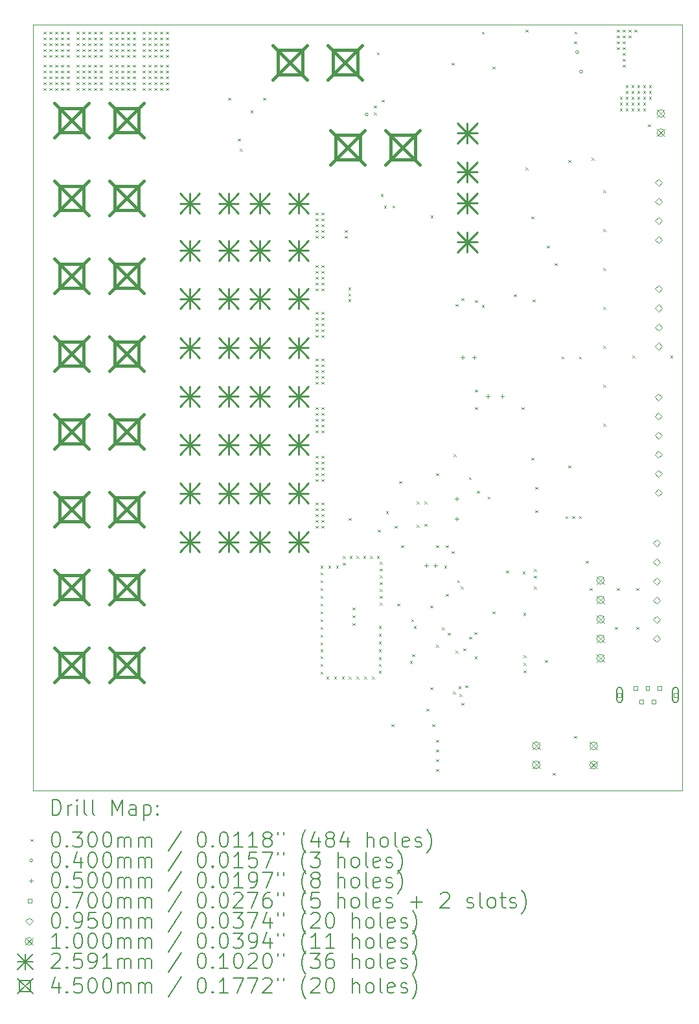
<source format=gbr>
%TF.GenerationSoftware,KiCad,Pcbnew,6.0.11+dfsg-1*%
%TF.CreationDate,2025-03-20T10:50:33-04:00*%
%TF.ProjectId,battery-board,62617474-6572-4792-9d62-6f6172642e6b,rev?*%
%TF.SameCoordinates,Original*%
%TF.FileFunction,Drillmap*%
%TF.FilePolarity,Positive*%
%FSLAX45Y45*%
G04 Gerber Fmt 4.5, Leading zero omitted, Abs format (unit mm)*
G04 Created by KiCad (PCBNEW 6.0.11+dfsg-1) date 2025-03-20 10:50:33*
%MOMM*%
%LPD*%
G01*
G04 APERTURE LIST*
%ADD10C,0.100000*%
%ADD11C,0.200000*%
%ADD12C,0.030000*%
%ADD13C,0.040000*%
%ADD14C,0.050000*%
%ADD15C,0.070000*%
%ADD16C,0.095000*%
%ADD17C,0.259080*%
%ADD18C,0.450000*%
G04 APERTURE END LIST*
D10*
X4090400Y-5130800D02*
X12573000Y-5130800D01*
X12573000Y-5130800D02*
X12573000Y-15130800D01*
X12573000Y-15130800D02*
X4090400Y-15130800D01*
X4090400Y-15130800D02*
X4090400Y-5130800D01*
D11*
D12*
X4226800Y-5217400D02*
X4256800Y-5247400D01*
X4256800Y-5217400D02*
X4226800Y-5247400D01*
X4226800Y-5293600D02*
X4256800Y-5323600D01*
X4256800Y-5293600D02*
X4226800Y-5323600D01*
X4226800Y-5369800D02*
X4256800Y-5399800D01*
X4256800Y-5369800D02*
X4226800Y-5399800D01*
X4226800Y-5446000D02*
X4256800Y-5476000D01*
X4256800Y-5446000D02*
X4226800Y-5476000D01*
X4226800Y-5522200D02*
X4256800Y-5552200D01*
X4256800Y-5522200D02*
X4226800Y-5552200D01*
X4226800Y-5649200D02*
X4256800Y-5679200D01*
X4256800Y-5649200D02*
X4226800Y-5679200D01*
X4226800Y-5725400D02*
X4256800Y-5755400D01*
X4256800Y-5725400D02*
X4226800Y-5755400D01*
X4226800Y-5801600D02*
X4256800Y-5831600D01*
X4256800Y-5801600D02*
X4226800Y-5831600D01*
X4226800Y-5877800D02*
X4256800Y-5907800D01*
X4256800Y-5877800D02*
X4226800Y-5907800D01*
X4226800Y-5954000D02*
X4256800Y-5984000D01*
X4256800Y-5954000D02*
X4226800Y-5984000D01*
X4303000Y-5217400D02*
X4333000Y-5247400D01*
X4333000Y-5217400D02*
X4303000Y-5247400D01*
X4303000Y-5293600D02*
X4333000Y-5323600D01*
X4333000Y-5293600D02*
X4303000Y-5323600D01*
X4303000Y-5369800D02*
X4333000Y-5399800D01*
X4333000Y-5369800D02*
X4303000Y-5399800D01*
X4303000Y-5446000D02*
X4333000Y-5476000D01*
X4333000Y-5446000D02*
X4303000Y-5476000D01*
X4303000Y-5522200D02*
X4333000Y-5552200D01*
X4333000Y-5522200D02*
X4303000Y-5552200D01*
X4303000Y-5649200D02*
X4333000Y-5679200D01*
X4333000Y-5649200D02*
X4303000Y-5679200D01*
X4303000Y-5725400D02*
X4333000Y-5755400D01*
X4333000Y-5725400D02*
X4303000Y-5755400D01*
X4303000Y-5801600D02*
X4333000Y-5831600D01*
X4333000Y-5801600D02*
X4303000Y-5831600D01*
X4303000Y-5877800D02*
X4333000Y-5907800D01*
X4333000Y-5877800D02*
X4303000Y-5907800D01*
X4303000Y-5954000D02*
X4333000Y-5984000D01*
X4333000Y-5954000D02*
X4303000Y-5984000D01*
X4379200Y-5217400D02*
X4409200Y-5247400D01*
X4409200Y-5217400D02*
X4379200Y-5247400D01*
X4379200Y-5293600D02*
X4409200Y-5323600D01*
X4409200Y-5293600D02*
X4379200Y-5323600D01*
X4379200Y-5369800D02*
X4409200Y-5399800D01*
X4409200Y-5369800D02*
X4379200Y-5399800D01*
X4379200Y-5446000D02*
X4409200Y-5476000D01*
X4409200Y-5446000D02*
X4379200Y-5476000D01*
X4379200Y-5522200D02*
X4409200Y-5552200D01*
X4409200Y-5522200D02*
X4379200Y-5552200D01*
X4379200Y-5649200D02*
X4409200Y-5679200D01*
X4409200Y-5649200D02*
X4379200Y-5679200D01*
X4379200Y-5725400D02*
X4409200Y-5755400D01*
X4409200Y-5725400D02*
X4379200Y-5755400D01*
X4379200Y-5801600D02*
X4409200Y-5831600D01*
X4409200Y-5801600D02*
X4379200Y-5831600D01*
X4379200Y-5877800D02*
X4409200Y-5907800D01*
X4409200Y-5877800D02*
X4379200Y-5907800D01*
X4379200Y-5954000D02*
X4409200Y-5984000D01*
X4409200Y-5954000D02*
X4379200Y-5984000D01*
X4455400Y-5217400D02*
X4485400Y-5247400D01*
X4485400Y-5217400D02*
X4455400Y-5247400D01*
X4455400Y-5293600D02*
X4485400Y-5323600D01*
X4485400Y-5293600D02*
X4455400Y-5323600D01*
X4455400Y-5369800D02*
X4485400Y-5399800D01*
X4485400Y-5369800D02*
X4455400Y-5399800D01*
X4455400Y-5446000D02*
X4485400Y-5476000D01*
X4485400Y-5446000D02*
X4455400Y-5476000D01*
X4455400Y-5522200D02*
X4485400Y-5552200D01*
X4485400Y-5522200D02*
X4455400Y-5552200D01*
X4455400Y-5649200D02*
X4485400Y-5679200D01*
X4485400Y-5649200D02*
X4455400Y-5679200D01*
X4455400Y-5725400D02*
X4485400Y-5755400D01*
X4485400Y-5725400D02*
X4455400Y-5755400D01*
X4455400Y-5801600D02*
X4485400Y-5831600D01*
X4485400Y-5801600D02*
X4455400Y-5831600D01*
X4455400Y-5877800D02*
X4485400Y-5907800D01*
X4485400Y-5877800D02*
X4455400Y-5907800D01*
X4455400Y-5954000D02*
X4485400Y-5984000D01*
X4485400Y-5954000D02*
X4455400Y-5984000D01*
X4531600Y-5217400D02*
X4561600Y-5247400D01*
X4561600Y-5217400D02*
X4531600Y-5247400D01*
X4531600Y-5293600D02*
X4561600Y-5323600D01*
X4561600Y-5293600D02*
X4531600Y-5323600D01*
X4531600Y-5369800D02*
X4561600Y-5399800D01*
X4561600Y-5369800D02*
X4531600Y-5399800D01*
X4531600Y-5446000D02*
X4561600Y-5476000D01*
X4561600Y-5446000D02*
X4531600Y-5476000D01*
X4531600Y-5522200D02*
X4561600Y-5552200D01*
X4561600Y-5522200D02*
X4531600Y-5552200D01*
X4531600Y-5649200D02*
X4561600Y-5679200D01*
X4561600Y-5649200D02*
X4531600Y-5679200D01*
X4531600Y-5725400D02*
X4561600Y-5755400D01*
X4561600Y-5725400D02*
X4531600Y-5755400D01*
X4531600Y-5801600D02*
X4561600Y-5831600D01*
X4561600Y-5801600D02*
X4531600Y-5831600D01*
X4531600Y-5877800D02*
X4561600Y-5907800D01*
X4561600Y-5877800D02*
X4531600Y-5907800D01*
X4531600Y-5954000D02*
X4561600Y-5984000D01*
X4561600Y-5954000D02*
X4531600Y-5984000D01*
X4658600Y-5217400D02*
X4688600Y-5247400D01*
X4688600Y-5217400D02*
X4658600Y-5247400D01*
X4658600Y-5293600D02*
X4688600Y-5323600D01*
X4688600Y-5293600D02*
X4658600Y-5323600D01*
X4658600Y-5369800D02*
X4688600Y-5399800D01*
X4688600Y-5369800D02*
X4658600Y-5399800D01*
X4658600Y-5446000D02*
X4688600Y-5476000D01*
X4688600Y-5446000D02*
X4658600Y-5476000D01*
X4658600Y-5522200D02*
X4688600Y-5552200D01*
X4688600Y-5522200D02*
X4658600Y-5552200D01*
X4658600Y-5649200D02*
X4688600Y-5679200D01*
X4688600Y-5649200D02*
X4658600Y-5679200D01*
X4658600Y-5725400D02*
X4688600Y-5755400D01*
X4688600Y-5725400D02*
X4658600Y-5755400D01*
X4658600Y-5801600D02*
X4688600Y-5831600D01*
X4688600Y-5801600D02*
X4658600Y-5831600D01*
X4658600Y-5877800D02*
X4688600Y-5907800D01*
X4688600Y-5877800D02*
X4658600Y-5907800D01*
X4658600Y-5954000D02*
X4688600Y-5984000D01*
X4688600Y-5954000D02*
X4658600Y-5984000D01*
X4734800Y-5217400D02*
X4764800Y-5247400D01*
X4764800Y-5217400D02*
X4734800Y-5247400D01*
X4734800Y-5293600D02*
X4764800Y-5323600D01*
X4764800Y-5293600D02*
X4734800Y-5323600D01*
X4734800Y-5369800D02*
X4764800Y-5399800D01*
X4764800Y-5369800D02*
X4734800Y-5399800D01*
X4734800Y-5446000D02*
X4764800Y-5476000D01*
X4764800Y-5446000D02*
X4734800Y-5476000D01*
X4734800Y-5522200D02*
X4764800Y-5552200D01*
X4764800Y-5522200D02*
X4734800Y-5552200D01*
X4734800Y-5649200D02*
X4764800Y-5679200D01*
X4764800Y-5649200D02*
X4734800Y-5679200D01*
X4734800Y-5725400D02*
X4764800Y-5755400D01*
X4764800Y-5725400D02*
X4734800Y-5755400D01*
X4734800Y-5801600D02*
X4764800Y-5831600D01*
X4764800Y-5801600D02*
X4734800Y-5831600D01*
X4734800Y-5877800D02*
X4764800Y-5907800D01*
X4764800Y-5877800D02*
X4734800Y-5907800D01*
X4734800Y-5954000D02*
X4764800Y-5984000D01*
X4764800Y-5954000D02*
X4734800Y-5984000D01*
X4811000Y-5217400D02*
X4841000Y-5247400D01*
X4841000Y-5217400D02*
X4811000Y-5247400D01*
X4811000Y-5293600D02*
X4841000Y-5323600D01*
X4841000Y-5293600D02*
X4811000Y-5323600D01*
X4811000Y-5369800D02*
X4841000Y-5399800D01*
X4841000Y-5369800D02*
X4811000Y-5399800D01*
X4811000Y-5446000D02*
X4841000Y-5476000D01*
X4841000Y-5446000D02*
X4811000Y-5476000D01*
X4811000Y-5522200D02*
X4841000Y-5552200D01*
X4841000Y-5522200D02*
X4811000Y-5552200D01*
X4811000Y-5649200D02*
X4841000Y-5679200D01*
X4841000Y-5649200D02*
X4811000Y-5679200D01*
X4811000Y-5725400D02*
X4841000Y-5755400D01*
X4841000Y-5725400D02*
X4811000Y-5755400D01*
X4811000Y-5801600D02*
X4841000Y-5831600D01*
X4841000Y-5801600D02*
X4811000Y-5831600D01*
X4811000Y-5877800D02*
X4841000Y-5907800D01*
X4841000Y-5877800D02*
X4811000Y-5907800D01*
X4811000Y-5954000D02*
X4841000Y-5984000D01*
X4841000Y-5954000D02*
X4811000Y-5984000D01*
X4887200Y-5217400D02*
X4917200Y-5247400D01*
X4917200Y-5217400D02*
X4887200Y-5247400D01*
X4887200Y-5293600D02*
X4917200Y-5323600D01*
X4917200Y-5293600D02*
X4887200Y-5323600D01*
X4887200Y-5369800D02*
X4917200Y-5399800D01*
X4917200Y-5369800D02*
X4887200Y-5399800D01*
X4887200Y-5446000D02*
X4917200Y-5476000D01*
X4917200Y-5446000D02*
X4887200Y-5476000D01*
X4887200Y-5522200D02*
X4917200Y-5552200D01*
X4917200Y-5522200D02*
X4887200Y-5552200D01*
X4887200Y-5649200D02*
X4917200Y-5679200D01*
X4917200Y-5649200D02*
X4887200Y-5679200D01*
X4887200Y-5725400D02*
X4917200Y-5755400D01*
X4917200Y-5725400D02*
X4887200Y-5755400D01*
X4887200Y-5801600D02*
X4917200Y-5831600D01*
X4917200Y-5801600D02*
X4887200Y-5831600D01*
X4887200Y-5877800D02*
X4917200Y-5907800D01*
X4917200Y-5877800D02*
X4887200Y-5907800D01*
X4887200Y-5954000D02*
X4917200Y-5984000D01*
X4917200Y-5954000D02*
X4887200Y-5984000D01*
X4963400Y-5217400D02*
X4993400Y-5247400D01*
X4993400Y-5217400D02*
X4963400Y-5247400D01*
X4963400Y-5293600D02*
X4993400Y-5323600D01*
X4993400Y-5293600D02*
X4963400Y-5323600D01*
X4963400Y-5369800D02*
X4993400Y-5399800D01*
X4993400Y-5369800D02*
X4963400Y-5399800D01*
X4963400Y-5446000D02*
X4993400Y-5476000D01*
X4993400Y-5446000D02*
X4963400Y-5476000D01*
X4963400Y-5522200D02*
X4993400Y-5552200D01*
X4993400Y-5522200D02*
X4963400Y-5552200D01*
X4963400Y-5649200D02*
X4993400Y-5679200D01*
X4993400Y-5649200D02*
X4963400Y-5679200D01*
X4963400Y-5725400D02*
X4993400Y-5755400D01*
X4993400Y-5725400D02*
X4963400Y-5755400D01*
X4963400Y-5801600D02*
X4993400Y-5831600D01*
X4993400Y-5801600D02*
X4963400Y-5831600D01*
X4963400Y-5877800D02*
X4993400Y-5907800D01*
X4993400Y-5877800D02*
X4963400Y-5907800D01*
X4963400Y-5954000D02*
X4993400Y-5984000D01*
X4993400Y-5954000D02*
X4963400Y-5984000D01*
X5090400Y-5217400D02*
X5120400Y-5247400D01*
X5120400Y-5217400D02*
X5090400Y-5247400D01*
X5090400Y-5293600D02*
X5120400Y-5323600D01*
X5120400Y-5293600D02*
X5090400Y-5323600D01*
X5090400Y-5369800D02*
X5120400Y-5399800D01*
X5120400Y-5369800D02*
X5090400Y-5399800D01*
X5090400Y-5446000D02*
X5120400Y-5476000D01*
X5120400Y-5446000D02*
X5090400Y-5476000D01*
X5090400Y-5522200D02*
X5120400Y-5552200D01*
X5120400Y-5522200D02*
X5090400Y-5552200D01*
X5090400Y-5649200D02*
X5120400Y-5679200D01*
X5120400Y-5649200D02*
X5090400Y-5679200D01*
X5090400Y-5725400D02*
X5120400Y-5755400D01*
X5120400Y-5725400D02*
X5090400Y-5755400D01*
X5090400Y-5801600D02*
X5120400Y-5831600D01*
X5120400Y-5801600D02*
X5090400Y-5831600D01*
X5090400Y-5877800D02*
X5120400Y-5907800D01*
X5120400Y-5877800D02*
X5090400Y-5907800D01*
X5090400Y-5954000D02*
X5120400Y-5984000D01*
X5120400Y-5954000D02*
X5090400Y-5984000D01*
X5166600Y-5217400D02*
X5196600Y-5247400D01*
X5196600Y-5217400D02*
X5166600Y-5247400D01*
X5166600Y-5293600D02*
X5196600Y-5323600D01*
X5196600Y-5293600D02*
X5166600Y-5323600D01*
X5166600Y-5369800D02*
X5196600Y-5399800D01*
X5196600Y-5369800D02*
X5166600Y-5399800D01*
X5166600Y-5446000D02*
X5196600Y-5476000D01*
X5196600Y-5446000D02*
X5166600Y-5476000D01*
X5166600Y-5522200D02*
X5196600Y-5552200D01*
X5196600Y-5522200D02*
X5166600Y-5552200D01*
X5166600Y-5649200D02*
X5196600Y-5679200D01*
X5196600Y-5649200D02*
X5166600Y-5679200D01*
X5166600Y-5725400D02*
X5196600Y-5755400D01*
X5196600Y-5725400D02*
X5166600Y-5755400D01*
X5166600Y-5801600D02*
X5196600Y-5831600D01*
X5196600Y-5801600D02*
X5166600Y-5831600D01*
X5166600Y-5877800D02*
X5196600Y-5907800D01*
X5196600Y-5877800D02*
X5166600Y-5907800D01*
X5166600Y-5954000D02*
X5196600Y-5984000D01*
X5196600Y-5954000D02*
X5166600Y-5984000D01*
X5242800Y-5217400D02*
X5272800Y-5247400D01*
X5272800Y-5217400D02*
X5242800Y-5247400D01*
X5242800Y-5293600D02*
X5272800Y-5323600D01*
X5272800Y-5293600D02*
X5242800Y-5323600D01*
X5242800Y-5369800D02*
X5272800Y-5399800D01*
X5272800Y-5369800D02*
X5242800Y-5399800D01*
X5242800Y-5446000D02*
X5272800Y-5476000D01*
X5272800Y-5446000D02*
X5242800Y-5476000D01*
X5242800Y-5522200D02*
X5272800Y-5552200D01*
X5272800Y-5522200D02*
X5242800Y-5552200D01*
X5242800Y-5649200D02*
X5272800Y-5679200D01*
X5272800Y-5649200D02*
X5242800Y-5679200D01*
X5242800Y-5725400D02*
X5272800Y-5755400D01*
X5272800Y-5725400D02*
X5242800Y-5755400D01*
X5242800Y-5801600D02*
X5272800Y-5831600D01*
X5272800Y-5801600D02*
X5242800Y-5831600D01*
X5242800Y-5877800D02*
X5272800Y-5907800D01*
X5272800Y-5877800D02*
X5242800Y-5907800D01*
X5242800Y-5954000D02*
X5272800Y-5984000D01*
X5272800Y-5954000D02*
X5242800Y-5984000D01*
X5319000Y-5217400D02*
X5349000Y-5247400D01*
X5349000Y-5217400D02*
X5319000Y-5247400D01*
X5319000Y-5293600D02*
X5349000Y-5323600D01*
X5349000Y-5293600D02*
X5319000Y-5323600D01*
X5319000Y-5369800D02*
X5349000Y-5399800D01*
X5349000Y-5369800D02*
X5319000Y-5399800D01*
X5319000Y-5446000D02*
X5349000Y-5476000D01*
X5349000Y-5446000D02*
X5319000Y-5476000D01*
X5319000Y-5522200D02*
X5349000Y-5552200D01*
X5349000Y-5522200D02*
X5319000Y-5552200D01*
X5319000Y-5649200D02*
X5349000Y-5679200D01*
X5349000Y-5649200D02*
X5319000Y-5679200D01*
X5319000Y-5725400D02*
X5349000Y-5755400D01*
X5349000Y-5725400D02*
X5319000Y-5755400D01*
X5319000Y-5801600D02*
X5349000Y-5831600D01*
X5349000Y-5801600D02*
X5319000Y-5831600D01*
X5319000Y-5877800D02*
X5349000Y-5907800D01*
X5349000Y-5877800D02*
X5319000Y-5907800D01*
X5319000Y-5954000D02*
X5349000Y-5984000D01*
X5349000Y-5954000D02*
X5319000Y-5984000D01*
X5395200Y-5217400D02*
X5425200Y-5247400D01*
X5425200Y-5217400D02*
X5395200Y-5247400D01*
X5395200Y-5293600D02*
X5425200Y-5323600D01*
X5425200Y-5293600D02*
X5395200Y-5323600D01*
X5395200Y-5369800D02*
X5425200Y-5399800D01*
X5425200Y-5369800D02*
X5395200Y-5399800D01*
X5395200Y-5446000D02*
X5425200Y-5476000D01*
X5425200Y-5446000D02*
X5395200Y-5476000D01*
X5395200Y-5522200D02*
X5425200Y-5552200D01*
X5425200Y-5522200D02*
X5395200Y-5552200D01*
X5395200Y-5649200D02*
X5425200Y-5679200D01*
X5425200Y-5649200D02*
X5395200Y-5679200D01*
X5395200Y-5725400D02*
X5425200Y-5755400D01*
X5425200Y-5725400D02*
X5395200Y-5755400D01*
X5395200Y-5801600D02*
X5425200Y-5831600D01*
X5425200Y-5801600D02*
X5395200Y-5831600D01*
X5395200Y-5877800D02*
X5425200Y-5907800D01*
X5425200Y-5877800D02*
X5395200Y-5907800D01*
X5395200Y-5954000D02*
X5425200Y-5984000D01*
X5425200Y-5954000D02*
X5395200Y-5984000D01*
X5522200Y-5217400D02*
X5552200Y-5247400D01*
X5552200Y-5217400D02*
X5522200Y-5247400D01*
X5522200Y-5293600D02*
X5552200Y-5323600D01*
X5552200Y-5293600D02*
X5522200Y-5323600D01*
X5522200Y-5369800D02*
X5552200Y-5399800D01*
X5552200Y-5369800D02*
X5522200Y-5399800D01*
X5522200Y-5446000D02*
X5552200Y-5476000D01*
X5552200Y-5446000D02*
X5522200Y-5476000D01*
X5522200Y-5522200D02*
X5552200Y-5552200D01*
X5552200Y-5522200D02*
X5522200Y-5552200D01*
X5522200Y-5649200D02*
X5552200Y-5679200D01*
X5552200Y-5649200D02*
X5522200Y-5679200D01*
X5522200Y-5725400D02*
X5552200Y-5755400D01*
X5552200Y-5725400D02*
X5522200Y-5755400D01*
X5522200Y-5801600D02*
X5552200Y-5831600D01*
X5552200Y-5801600D02*
X5522200Y-5831600D01*
X5522200Y-5877800D02*
X5552200Y-5907800D01*
X5552200Y-5877800D02*
X5522200Y-5907800D01*
X5522200Y-5954000D02*
X5552200Y-5984000D01*
X5552200Y-5954000D02*
X5522200Y-5984000D01*
X5598400Y-5217400D02*
X5628400Y-5247400D01*
X5628400Y-5217400D02*
X5598400Y-5247400D01*
X5598400Y-5293600D02*
X5628400Y-5323600D01*
X5628400Y-5293600D02*
X5598400Y-5323600D01*
X5598400Y-5369800D02*
X5628400Y-5399800D01*
X5628400Y-5369800D02*
X5598400Y-5399800D01*
X5598400Y-5446000D02*
X5628400Y-5476000D01*
X5628400Y-5446000D02*
X5598400Y-5476000D01*
X5598400Y-5522200D02*
X5628400Y-5552200D01*
X5628400Y-5522200D02*
X5598400Y-5552200D01*
X5598400Y-5649200D02*
X5628400Y-5679200D01*
X5628400Y-5649200D02*
X5598400Y-5679200D01*
X5598400Y-5725400D02*
X5628400Y-5755400D01*
X5628400Y-5725400D02*
X5598400Y-5755400D01*
X5598400Y-5801600D02*
X5628400Y-5831600D01*
X5628400Y-5801600D02*
X5598400Y-5831600D01*
X5598400Y-5877800D02*
X5628400Y-5907800D01*
X5628400Y-5877800D02*
X5598400Y-5907800D01*
X5598400Y-5954000D02*
X5628400Y-5984000D01*
X5628400Y-5954000D02*
X5598400Y-5984000D01*
X5674600Y-5217400D02*
X5704600Y-5247400D01*
X5704600Y-5217400D02*
X5674600Y-5247400D01*
X5674600Y-5293600D02*
X5704600Y-5323600D01*
X5704600Y-5293600D02*
X5674600Y-5323600D01*
X5674600Y-5369800D02*
X5704600Y-5399800D01*
X5704600Y-5369800D02*
X5674600Y-5399800D01*
X5674600Y-5446000D02*
X5704600Y-5476000D01*
X5704600Y-5446000D02*
X5674600Y-5476000D01*
X5674600Y-5522200D02*
X5704600Y-5552200D01*
X5704600Y-5522200D02*
X5674600Y-5552200D01*
X5674600Y-5649200D02*
X5704600Y-5679200D01*
X5704600Y-5649200D02*
X5674600Y-5679200D01*
X5674600Y-5725400D02*
X5704600Y-5755400D01*
X5704600Y-5725400D02*
X5674600Y-5755400D01*
X5674600Y-5801600D02*
X5704600Y-5831600D01*
X5704600Y-5801600D02*
X5674600Y-5831600D01*
X5674600Y-5877800D02*
X5704600Y-5907800D01*
X5704600Y-5877800D02*
X5674600Y-5907800D01*
X5674600Y-5954000D02*
X5704600Y-5984000D01*
X5704600Y-5954000D02*
X5674600Y-5984000D01*
X5750800Y-5217400D02*
X5780800Y-5247400D01*
X5780800Y-5217400D02*
X5750800Y-5247400D01*
X5750800Y-5293600D02*
X5780800Y-5323600D01*
X5780800Y-5293600D02*
X5750800Y-5323600D01*
X5750800Y-5369800D02*
X5780800Y-5399800D01*
X5780800Y-5369800D02*
X5750800Y-5399800D01*
X5750800Y-5446000D02*
X5780800Y-5476000D01*
X5780800Y-5446000D02*
X5750800Y-5476000D01*
X5750800Y-5522200D02*
X5780800Y-5552200D01*
X5780800Y-5522200D02*
X5750800Y-5552200D01*
X5750800Y-5649200D02*
X5780800Y-5679200D01*
X5780800Y-5649200D02*
X5750800Y-5679200D01*
X5750800Y-5725400D02*
X5780800Y-5755400D01*
X5780800Y-5725400D02*
X5750800Y-5755400D01*
X5750800Y-5801600D02*
X5780800Y-5831600D01*
X5780800Y-5801600D02*
X5750800Y-5831600D01*
X5750800Y-5877800D02*
X5780800Y-5907800D01*
X5780800Y-5877800D02*
X5750800Y-5907800D01*
X5750800Y-5954000D02*
X5780800Y-5984000D01*
X5780800Y-5954000D02*
X5750800Y-5984000D01*
X5827000Y-5217400D02*
X5857000Y-5247400D01*
X5857000Y-5217400D02*
X5827000Y-5247400D01*
X5827000Y-5293600D02*
X5857000Y-5323600D01*
X5857000Y-5293600D02*
X5827000Y-5323600D01*
X5827000Y-5369800D02*
X5857000Y-5399800D01*
X5857000Y-5369800D02*
X5827000Y-5399800D01*
X5827000Y-5446000D02*
X5857000Y-5476000D01*
X5857000Y-5446000D02*
X5827000Y-5476000D01*
X5827000Y-5522200D02*
X5857000Y-5552200D01*
X5857000Y-5522200D02*
X5827000Y-5552200D01*
X5827000Y-5649200D02*
X5857000Y-5679200D01*
X5857000Y-5649200D02*
X5827000Y-5679200D01*
X5827000Y-5725400D02*
X5857000Y-5755400D01*
X5857000Y-5725400D02*
X5827000Y-5755400D01*
X5827000Y-5801600D02*
X5857000Y-5831600D01*
X5857000Y-5801600D02*
X5827000Y-5831600D01*
X5827000Y-5877800D02*
X5857000Y-5907800D01*
X5857000Y-5877800D02*
X5827000Y-5907800D01*
X5827000Y-5954000D02*
X5857000Y-5984000D01*
X5857000Y-5954000D02*
X5827000Y-5984000D01*
X6639800Y-6081000D02*
X6669800Y-6111000D01*
X6669800Y-6081000D02*
X6639800Y-6111000D01*
X6766800Y-6614400D02*
X6796800Y-6644400D01*
X6796800Y-6614400D02*
X6766800Y-6644400D01*
X6792200Y-6747650D02*
X6822200Y-6777650D01*
X6822200Y-6747650D02*
X6792200Y-6777650D01*
X6931013Y-6245650D02*
X6961013Y-6275650D01*
X6961013Y-6245650D02*
X6931013Y-6275650D01*
X7097000Y-6081000D02*
X7127000Y-6111000D01*
X7127000Y-6081000D02*
X7097000Y-6111000D01*
X7782800Y-7579600D02*
X7812800Y-7609600D01*
X7812800Y-7579600D02*
X7782800Y-7609600D01*
X7782800Y-7655800D02*
X7812800Y-7685800D01*
X7812800Y-7655800D02*
X7782800Y-7685800D01*
X7782800Y-7732000D02*
X7812800Y-7762000D01*
X7812800Y-7732000D02*
X7782800Y-7762000D01*
X7782800Y-7808200D02*
X7812800Y-7838200D01*
X7812800Y-7808200D02*
X7782800Y-7838200D01*
X7782800Y-7884400D02*
X7812800Y-7914400D01*
X7812800Y-7884400D02*
X7782800Y-7914400D01*
X7782800Y-8265400D02*
X7812800Y-8295400D01*
X7812800Y-8265400D02*
X7782800Y-8295400D01*
X7782800Y-8341600D02*
X7812800Y-8371600D01*
X7812800Y-8341600D02*
X7782800Y-8371600D01*
X7782800Y-8417800D02*
X7812800Y-8447800D01*
X7812800Y-8417800D02*
X7782800Y-8447800D01*
X7782800Y-8494000D02*
X7812800Y-8524000D01*
X7812800Y-8494000D02*
X7782800Y-8524000D01*
X7782800Y-8570200D02*
X7812800Y-8600200D01*
X7812800Y-8570200D02*
X7782800Y-8600200D01*
X7782800Y-8875000D02*
X7812800Y-8905000D01*
X7812800Y-8875000D02*
X7782800Y-8905000D01*
X7782800Y-8951200D02*
X7812800Y-8981200D01*
X7812800Y-8951200D02*
X7782800Y-8981200D01*
X7782800Y-9027400D02*
X7812800Y-9057400D01*
X7812800Y-9027400D02*
X7782800Y-9057400D01*
X7782800Y-9103600D02*
X7812800Y-9133600D01*
X7812800Y-9103600D02*
X7782800Y-9133600D01*
X7782800Y-9179800D02*
X7812800Y-9209800D01*
X7812800Y-9179800D02*
X7782800Y-9209800D01*
X7782800Y-9484600D02*
X7812800Y-9514600D01*
X7812800Y-9484600D02*
X7782800Y-9514600D01*
X7782800Y-9560800D02*
X7812800Y-9590800D01*
X7812800Y-9560800D02*
X7782800Y-9590800D01*
X7782800Y-9637000D02*
X7812800Y-9667000D01*
X7812800Y-9637000D02*
X7782800Y-9667000D01*
X7782800Y-9713200D02*
X7812800Y-9743200D01*
X7812800Y-9713200D02*
X7782800Y-9743200D01*
X7782800Y-9789400D02*
X7812800Y-9819400D01*
X7812800Y-9789400D02*
X7782800Y-9819400D01*
X7782800Y-10119600D02*
X7812800Y-10149600D01*
X7812800Y-10119600D02*
X7782800Y-10149600D01*
X7782800Y-10195800D02*
X7812800Y-10225800D01*
X7812800Y-10195800D02*
X7782800Y-10225800D01*
X7782800Y-10272000D02*
X7812800Y-10302000D01*
X7812800Y-10272000D02*
X7782800Y-10302000D01*
X7782800Y-10348200D02*
X7812800Y-10378200D01*
X7812800Y-10348200D02*
X7782800Y-10378200D01*
X7782800Y-10424400D02*
X7812800Y-10454400D01*
X7812800Y-10424400D02*
X7782800Y-10454400D01*
X7782800Y-10754600D02*
X7812800Y-10784600D01*
X7812800Y-10754600D02*
X7782800Y-10784600D01*
X7782800Y-10830800D02*
X7812800Y-10860800D01*
X7812800Y-10830800D02*
X7782800Y-10860800D01*
X7782800Y-10907000D02*
X7812800Y-10937000D01*
X7812800Y-10907000D02*
X7782800Y-10937000D01*
X7782800Y-10983200D02*
X7812800Y-11013200D01*
X7812800Y-10983200D02*
X7782800Y-11013200D01*
X7782800Y-11059400D02*
X7812800Y-11089400D01*
X7812800Y-11059400D02*
X7782800Y-11089400D01*
X7782800Y-11364200D02*
X7812800Y-11394200D01*
X7812800Y-11364200D02*
X7782800Y-11394200D01*
X7782800Y-11440400D02*
X7812800Y-11470400D01*
X7812800Y-11440400D02*
X7782800Y-11470400D01*
X7782800Y-11516600D02*
X7812800Y-11546600D01*
X7812800Y-11516600D02*
X7782800Y-11546600D01*
X7782800Y-11592800D02*
X7812800Y-11622800D01*
X7812800Y-11592800D02*
X7782800Y-11622800D01*
X7782800Y-11669000D02*
X7812800Y-11699000D01*
X7812800Y-11669000D02*
X7782800Y-11699000D01*
X7846300Y-12189700D02*
X7876300Y-12219700D01*
X7876300Y-12189700D02*
X7846300Y-12219700D01*
X7846300Y-12278600D02*
X7876300Y-12308600D01*
X7876300Y-12278600D02*
X7846300Y-12308600D01*
X7846300Y-12380200D02*
X7876300Y-12410200D01*
X7876300Y-12380200D02*
X7846300Y-12410200D01*
X7846300Y-12481800D02*
X7876300Y-12511800D01*
X7876300Y-12481800D02*
X7846300Y-12511800D01*
X7846300Y-12583400D02*
X7876300Y-12613400D01*
X7876300Y-12583400D02*
X7846300Y-12613400D01*
X7846300Y-12685000D02*
X7876300Y-12715000D01*
X7876300Y-12685000D02*
X7846300Y-12715000D01*
X7846300Y-12786600D02*
X7876300Y-12816600D01*
X7876300Y-12786600D02*
X7846300Y-12816600D01*
X7846300Y-12888200D02*
X7876300Y-12918200D01*
X7876300Y-12888200D02*
X7846300Y-12918200D01*
X7846300Y-12989800D02*
X7876300Y-13019800D01*
X7876300Y-12989800D02*
X7846300Y-13019800D01*
X7846300Y-13091400D02*
X7876300Y-13121400D01*
X7876300Y-13091400D02*
X7846300Y-13121400D01*
X7846300Y-13193000D02*
X7876300Y-13223000D01*
X7876300Y-13193000D02*
X7846300Y-13223000D01*
X7846300Y-13281900D02*
X7876300Y-13311900D01*
X7876300Y-13281900D02*
X7846300Y-13311900D01*
X7846300Y-13370800D02*
X7876300Y-13400800D01*
X7876300Y-13370800D02*
X7846300Y-13400800D01*
X7846300Y-13472400D02*
X7876300Y-13502400D01*
X7876300Y-13472400D02*
X7846300Y-13502400D01*
X7846300Y-13574000D02*
X7876300Y-13604000D01*
X7876300Y-13574000D02*
X7846300Y-13604000D01*
X7859000Y-7579600D02*
X7889000Y-7609600D01*
X7889000Y-7579600D02*
X7859000Y-7609600D01*
X7859000Y-7655800D02*
X7889000Y-7685800D01*
X7889000Y-7655800D02*
X7859000Y-7685800D01*
X7859000Y-7732000D02*
X7889000Y-7762000D01*
X7889000Y-7732000D02*
X7859000Y-7762000D01*
X7859000Y-7808200D02*
X7889000Y-7838200D01*
X7889000Y-7808200D02*
X7859000Y-7838200D01*
X7859000Y-7884400D02*
X7889000Y-7914400D01*
X7889000Y-7884400D02*
X7859000Y-7914400D01*
X7859000Y-8265400D02*
X7889000Y-8295400D01*
X7889000Y-8265400D02*
X7859000Y-8295400D01*
X7859000Y-8341600D02*
X7889000Y-8371600D01*
X7889000Y-8341600D02*
X7859000Y-8371600D01*
X7859000Y-8417800D02*
X7889000Y-8447800D01*
X7889000Y-8417800D02*
X7859000Y-8447800D01*
X7859000Y-8494000D02*
X7889000Y-8524000D01*
X7889000Y-8494000D02*
X7859000Y-8524000D01*
X7859000Y-8570200D02*
X7889000Y-8600200D01*
X7889000Y-8570200D02*
X7859000Y-8600200D01*
X7859000Y-8875000D02*
X7889000Y-8905000D01*
X7889000Y-8875000D02*
X7859000Y-8905000D01*
X7859000Y-8951200D02*
X7889000Y-8981200D01*
X7889000Y-8951200D02*
X7859000Y-8981200D01*
X7859000Y-9027400D02*
X7889000Y-9057400D01*
X7889000Y-9027400D02*
X7859000Y-9057400D01*
X7859000Y-9103600D02*
X7889000Y-9133600D01*
X7889000Y-9103600D02*
X7859000Y-9133600D01*
X7859000Y-9179800D02*
X7889000Y-9209800D01*
X7889000Y-9179800D02*
X7859000Y-9209800D01*
X7859000Y-9484600D02*
X7889000Y-9514600D01*
X7889000Y-9484600D02*
X7859000Y-9514600D01*
X7859000Y-9560800D02*
X7889000Y-9590800D01*
X7889000Y-9560800D02*
X7859000Y-9590800D01*
X7859000Y-9637000D02*
X7889000Y-9667000D01*
X7889000Y-9637000D02*
X7859000Y-9667000D01*
X7859000Y-9713200D02*
X7889000Y-9743200D01*
X7889000Y-9713200D02*
X7859000Y-9743200D01*
X7859000Y-9789400D02*
X7889000Y-9819400D01*
X7889000Y-9789400D02*
X7859000Y-9819400D01*
X7859000Y-10119600D02*
X7889000Y-10149600D01*
X7889000Y-10119600D02*
X7859000Y-10149600D01*
X7859000Y-10195800D02*
X7889000Y-10225800D01*
X7889000Y-10195800D02*
X7859000Y-10225800D01*
X7859000Y-10272000D02*
X7889000Y-10302000D01*
X7889000Y-10272000D02*
X7859000Y-10302000D01*
X7859000Y-10348200D02*
X7889000Y-10378200D01*
X7889000Y-10348200D02*
X7859000Y-10378200D01*
X7859000Y-10424400D02*
X7889000Y-10454400D01*
X7889000Y-10424400D02*
X7859000Y-10454400D01*
X7859000Y-10754600D02*
X7889000Y-10784600D01*
X7889000Y-10754600D02*
X7859000Y-10784600D01*
X7859000Y-10830800D02*
X7889000Y-10860800D01*
X7889000Y-10830800D02*
X7859000Y-10860800D01*
X7859000Y-10907000D02*
X7889000Y-10937000D01*
X7889000Y-10907000D02*
X7859000Y-10937000D01*
X7859000Y-10983200D02*
X7889000Y-11013200D01*
X7889000Y-10983200D02*
X7859000Y-11013200D01*
X7859000Y-11059400D02*
X7889000Y-11089400D01*
X7889000Y-11059400D02*
X7859000Y-11089400D01*
X7859000Y-11364200D02*
X7889000Y-11394200D01*
X7889000Y-11364200D02*
X7859000Y-11394200D01*
X7859000Y-11440400D02*
X7889000Y-11470400D01*
X7889000Y-11440400D02*
X7859000Y-11470400D01*
X7859000Y-11516600D02*
X7889000Y-11546600D01*
X7889000Y-11516600D02*
X7859000Y-11546600D01*
X7859000Y-11592800D02*
X7889000Y-11622800D01*
X7889000Y-11592800D02*
X7859000Y-11622800D01*
X7859000Y-11669000D02*
X7889000Y-11699000D01*
X7889000Y-11669000D02*
X7859000Y-11699000D01*
X7922500Y-13637500D02*
X7952500Y-13667500D01*
X7952500Y-13637500D02*
X7922500Y-13667500D01*
X7947900Y-12189700D02*
X7977900Y-12219700D01*
X7977900Y-12189700D02*
X7947900Y-12219700D01*
X8024100Y-13637500D02*
X8054100Y-13667500D01*
X8054100Y-13637500D02*
X8024100Y-13667500D01*
X8049500Y-12189700D02*
X8079500Y-12219700D01*
X8079500Y-12189700D02*
X8049500Y-12219700D01*
X8125700Y-13637500D02*
X8155700Y-13667500D01*
X8155700Y-13637500D02*
X8125700Y-13667500D01*
X8138400Y-12062700D02*
X8168400Y-12092700D01*
X8168400Y-12062700D02*
X8138400Y-12092700D01*
X8138400Y-12151600D02*
X8168400Y-12181600D01*
X8168400Y-12151600D02*
X8138400Y-12181600D01*
X8163800Y-7808200D02*
X8193800Y-7838200D01*
X8193800Y-7808200D02*
X8163800Y-7838200D01*
X8163800Y-7884400D02*
X8193800Y-7914400D01*
X8193800Y-7884400D02*
X8163800Y-7914400D01*
X8210850Y-8557500D02*
X8240850Y-8587500D01*
X8240850Y-8557500D02*
X8210850Y-8587500D01*
X8210850Y-8637450D02*
X8240850Y-8667450D01*
X8240850Y-8637450D02*
X8210850Y-8667450D01*
X8210850Y-8709900D02*
X8240850Y-8739900D01*
X8240850Y-8709900D02*
X8210850Y-8739900D01*
X8214600Y-11567400D02*
X8244600Y-11597400D01*
X8244600Y-11567400D02*
X8214600Y-11597400D01*
X8214600Y-13637500D02*
X8244600Y-13667500D01*
X8244600Y-13637500D02*
X8214600Y-13667500D01*
X8227300Y-12062700D02*
X8257300Y-12092700D01*
X8257300Y-12062700D02*
X8227300Y-12092700D01*
X8265400Y-12735800D02*
X8295400Y-12765800D01*
X8295400Y-12735800D02*
X8265400Y-12765800D01*
X8265400Y-12837400D02*
X8295400Y-12867400D01*
X8295400Y-12837400D02*
X8265400Y-12867400D01*
X8265400Y-12939000D02*
X8295400Y-12969000D01*
X8295400Y-12939000D02*
X8265400Y-12969000D01*
X8316200Y-12062700D02*
X8346200Y-12092700D01*
X8346200Y-12062700D02*
X8316200Y-12092700D01*
X8316200Y-13637500D02*
X8346200Y-13667500D01*
X8346200Y-13637500D02*
X8316200Y-13667500D01*
X8405100Y-12062700D02*
X8435100Y-12092700D01*
X8435100Y-12062700D02*
X8405100Y-12092700D01*
X8417800Y-13637500D02*
X8447800Y-13667500D01*
X8447800Y-13637500D02*
X8417800Y-13667500D01*
X8494000Y-12062700D02*
X8524000Y-12092700D01*
X8524000Y-12062700D02*
X8494000Y-12092700D01*
X8519400Y-13637500D02*
X8549400Y-13667500D01*
X8549400Y-13637500D02*
X8519400Y-13667500D01*
X8544800Y-6182600D02*
X8574800Y-6212600D01*
X8574800Y-6182600D02*
X8544800Y-6212600D01*
X8544800Y-6271500D02*
X8574800Y-6301500D01*
X8574800Y-6271500D02*
X8544800Y-6301500D01*
X8582900Y-12062700D02*
X8612900Y-12092700D01*
X8612900Y-12062700D02*
X8582900Y-12092700D01*
X8585000Y-5490735D02*
X8615000Y-5520735D01*
X8615000Y-5490735D02*
X8585000Y-5520735D01*
X8595600Y-11719800D02*
X8625600Y-11749800D01*
X8625600Y-11719800D02*
X8595600Y-11749800D01*
X8608300Y-12977100D02*
X8638300Y-13007100D01*
X8638300Y-12977100D02*
X8608300Y-13007100D01*
X8608300Y-13078700D02*
X8638300Y-13108700D01*
X8638300Y-13078700D02*
X8608300Y-13108700D01*
X8608300Y-13180300D02*
X8638300Y-13210300D01*
X8638300Y-13180300D02*
X8608300Y-13210300D01*
X8608300Y-13281900D02*
X8638300Y-13311900D01*
X8638300Y-13281900D02*
X8608300Y-13311900D01*
X8608300Y-13383500D02*
X8638300Y-13413500D01*
X8638300Y-13383500D02*
X8608300Y-13413500D01*
X8608300Y-13472400D02*
X8638300Y-13502400D01*
X8638300Y-13472400D02*
X8608300Y-13502400D01*
X8608300Y-13561300D02*
X8638300Y-13591300D01*
X8638300Y-13561300D02*
X8608300Y-13591300D01*
X8621000Y-12138900D02*
X8651000Y-12168900D01*
X8651000Y-12138900D02*
X8621000Y-12168900D01*
X8621000Y-12227800D02*
X8651000Y-12257800D01*
X8651000Y-12227800D02*
X8621000Y-12257800D01*
X8621000Y-12316700D02*
X8651000Y-12346700D01*
X8651000Y-12316700D02*
X8621000Y-12346700D01*
X8621000Y-12405600D02*
X8651000Y-12435600D01*
X8651000Y-12405600D02*
X8621000Y-12435600D01*
X8621000Y-12494500D02*
X8651000Y-12524500D01*
X8651000Y-12494500D02*
X8621000Y-12524500D01*
X8621000Y-12583400D02*
X8651000Y-12613400D01*
X8651000Y-12583400D02*
X8621000Y-12613400D01*
X8621000Y-12672300D02*
X8651000Y-12702300D01*
X8651000Y-12672300D02*
X8621000Y-12702300D01*
X8633700Y-7338300D02*
X8663700Y-7368300D01*
X8663700Y-7338300D02*
X8633700Y-7368300D01*
X8646400Y-6106400D02*
X8676400Y-6136400D01*
X8676400Y-6106400D02*
X8646400Y-6136400D01*
X8676167Y-7493833D02*
X8706167Y-7523833D01*
X8706167Y-7493833D02*
X8676167Y-7523833D01*
X8702050Y-11478500D02*
X8732050Y-11508500D01*
X8732050Y-11478500D02*
X8702050Y-11508500D01*
X8773400Y-14259800D02*
X8803400Y-14289800D01*
X8803400Y-14259800D02*
X8773400Y-14289800D01*
X8785551Y-7488918D02*
X8815551Y-7518918D01*
X8815551Y-7488918D02*
X8785551Y-7518918D01*
X8817950Y-11669000D02*
X8847950Y-11699000D01*
X8847950Y-11669000D02*
X8817950Y-11699000D01*
X8849600Y-12685000D02*
X8879600Y-12715000D01*
X8879600Y-12685000D02*
X8849600Y-12715000D01*
X8875000Y-11084800D02*
X8905000Y-11114800D01*
X8905000Y-11084800D02*
X8875000Y-11114800D01*
X8900400Y-11923000D02*
X8930400Y-11953000D01*
X8930400Y-11923000D02*
X8900400Y-11953000D01*
X9014700Y-13434300D02*
X9044700Y-13464300D01*
X9044700Y-13434300D02*
X9014700Y-13464300D01*
X9033650Y-12887898D02*
X9063650Y-12917898D01*
X9063650Y-12887898D02*
X9033650Y-12917898D01*
X9046550Y-13345254D02*
X9076550Y-13375254D01*
X9076550Y-13345254D02*
X9046550Y-13375254D01*
X9065500Y-12977100D02*
X9095500Y-13007100D01*
X9095500Y-12977100D02*
X9065500Y-13007100D01*
X9103600Y-11351500D02*
X9133600Y-11381500D01*
X9133600Y-11351500D02*
X9103600Y-11381500D01*
X9103600Y-11656300D02*
X9133600Y-11686300D01*
X9133600Y-11656300D02*
X9103600Y-11686300D01*
X9205200Y-11351500D02*
X9235200Y-11381500D01*
X9235200Y-11351500D02*
X9205200Y-11381500D01*
X9205200Y-11643600D02*
X9235200Y-11673600D01*
X9235200Y-11643600D02*
X9205200Y-11673600D01*
X9230600Y-14056600D02*
X9260600Y-14086600D01*
X9260600Y-14056600D02*
X9230600Y-14086600D01*
X9281400Y-12710400D02*
X9311400Y-12740400D01*
X9311400Y-12710400D02*
X9281400Y-12740400D01*
X9281400Y-13777200D02*
X9311400Y-13807200D01*
X9311400Y-13777200D02*
X9281400Y-13807200D01*
X9285000Y-7618550D02*
X9315000Y-7648550D01*
X9315000Y-7618550D02*
X9285000Y-7648550D01*
X9306800Y-14259800D02*
X9336800Y-14289800D01*
X9336800Y-14259800D02*
X9306800Y-14289800D01*
X9357600Y-10983200D02*
X9387600Y-11013200D01*
X9387600Y-10983200D02*
X9357600Y-11013200D01*
X9357600Y-11923000D02*
X9387600Y-11953000D01*
X9387600Y-11923000D02*
X9357600Y-11953000D01*
X9357600Y-13223450D02*
X9387600Y-13253450D01*
X9387600Y-13223450D02*
X9357600Y-13253450D01*
X9357600Y-14463000D02*
X9387600Y-14493000D01*
X9387600Y-14463000D02*
X9357600Y-14493000D01*
X9357600Y-14590000D02*
X9387600Y-14620000D01*
X9387600Y-14590000D02*
X9357600Y-14620000D01*
X9357600Y-14717000D02*
X9387600Y-14747000D01*
X9387600Y-14717000D02*
X9357600Y-14747000D01*
X9357600Y-14844000D02*
X9387600Y-14874000D01*
X9387600Y-14844000D02*
X9357600Y-14874000D01*
X9433800Y-12995137D02*
X9463800Y-13025137D01*
X9463800Y-12995137D02*
X9433800Y-13025137D01*
X9464917Y-12192741D02*
X9494917Y-12222741D01*
X9494917Y-12192741D02*
X9464917Y-12222741D01*
X9484600Y-11923000D02*
X9514600Y-11953000D01*
X9514600Y-11923000D02*
X9484600Y-11953000D01*
X9484600Y-12558000D02*
X9514600Y-12588000D01*
X9514600Y-12558000D02*
X9484600Y-12588000D01*
X9510000Y-13066000D02*
X9540000Y-13096000D01*
X9540000Y-13066000D02*
X9510000Y-13096000D01*
X9560800Y-5623800D02*
X9590800Y-5653800D01*
X9590800Y-5623800D02*
X9560800Y-5653800D01*
X9560800Y-11999200D02*
X9590800Y-12029200D01*
X9590800Y-11999200D02*
X9560800Y-12029200D01*
X9579950Y-13833323D02*
X9609950Y-13863323D01*
X9609950Y-13833323D02*
X9579950Y-13863323D01*
X9585000Y-10735000D02*
X9615000Y-10765000D01*
X9615000Y-10735000D02*
X9585000Y-10765000D01*
X9611600Y-8773400D02*
X9641600Y-8803400D01*
X9641600Y-8773400D02*
X9611600Y-8803400D01*
X9611600Y-13299020D02*
X9641600Y-13329020D01*
X9641600Y-13299020D02*
X9611600Y-13329020D01*
X9631118Y-12380200D02*
X9661118Y-12410200D01*
X9661118Y-12380200D02*
X9631118Y-12410200D01*
X9649398Y-13763375D02*
X9679398Y-13793375D01*
X9679398Y-13763375D02*
X9649398Y-13793375D01*
X9663538Y-13866552D02*
X9693538Y-13896552D01*
X9693538Y-13866552D02*
X9663538Y-13896552D01*
X9681063Y-12461050D02*
X9711063Y-12491050D01*
X9711063Y-12461050D02*
X9681063Y-12491050D01*
X9687800Y-8697200D02*
X9717800Y-8727200D01*
X9717800Y-8697200D02*
X9687800Y-8727200D01*
X9687800Y-13980400D02*
X9717800Y-14010400D01*
X9717800Y-13980400D02*
X9687800Y-14010400D01*
X9713200Y-13269200D02*
X9743200Y-13299200D01*
X9743200Y-13269200D02*
X9713200Y-13299200D01*
X9738600Y-13751800D02*
X9768600Y-13781800D01*
X9768600Y-13751800D02*
X9738600Y-13781800D01*
X9787238Y-11036162D02*
X9817238Y-11066162D01*
X9817238Y-11036162D02*
X9787238Y-11066162D01*
X9789400Y-13116800D02*
X9819400Y-13146800D01*
X9819400Y-13116800D02*
X9789400Y-13146800D01*
X9859400Y-13059800D02*
X9889400Y-13089800D01*
X9889400Y-13059800D02*
X9859400Y-13089800D01*
X9861969Y-13374431D02*
X9891969Y-13404431D01*
X9891969Y-13374431D02*
X9861969Y-13404431D01*
X9865600Y-8722600D02*
X9895600Y-8752600D01*
X9895600Y-8722600D02*
X9865600Y-8752600D01*
X9865600Y-9891000D02*
X9895600Y-9921000D01*
X9895600Y-9891000D02*
X9865600Y-9921000D01*
X9865600Y-10119600D02*
X9895600Y-10149600D01*
X9895600Y-10119600D02*
X9865600Y-10149600D01*
X9891050Y-11211800D02*
X9921050Y-11241800D01*
X9921050Y-11211800D02*
X9891050Y-11241800D01*
X9953883Y-5217400D02*
X9983883Y-5247400D01*
X9983883Y-5217400D02*
X9953883Y-5247400D01*
X9954500Y-8786100D02*
X9984500Y-8816100D01*
X9984500Y-8786100D02*
X9954500Y-8816100D01*
X10030950Y-11288000D02*
X10060950Y-11318000D01*
X10060950Y-11288000D02*
X10030950Y-11318000D01*
X10094200Y-5674600D02*
X10124200Y-5704600D01*
X10124200Y-5674600D02*
X10094200Y-5704600D01*
X10094200Y-12786600D02*
X10124200Y-12816600D01*
X10124200Y-12786600D02*
X10094200Y-12816600D01*
X10272000Y-12253200D02*
X10302000Y-12283200D01*
X10302000Y-12253200D02*
X10272000Y-12283200D01*
X10373600Y-8646400D02*
X10403600Y-8676400D01*
X10403600Y-8646400D02*
X10373600Y-8676400D01*
X10475200Y-10119600D02*
X10505200Y-10149600D01*
X10505200Y-10119600D02*
X10475200Y-10149600D01*
X10487900Y-12265050D02*
X10517900Y-12295050D01*
X10517900Y-12265050D02*
X10487900Y-12295050D01*
X10495588Y-12806988D02*
X10525588Y-12836988D01*
X10525588Y-12806988D02*
X10495588Y-12836988D01*
X10500600Y-13358100D02*
X10530600Y-13388100D01*
X10530600Y-13358100D02*
X10500600Y-13388100D01*
X10500600Y-13459700D02*
X10530600Y-13489700D01*
X10530600Y-13459700D02*
X10500600Y-13489700D01*
X10500600Y-13558695D02*
X10530600Y-13588695D01*
X10530600Y-13558695D02*
X10500600Y-13588695D01*
X10526000Y-5192000D02*
X10556000Y-5222000D01*
X10556000Y-5192000D02*
X10526000Y-5222000D01*
X10528029Y-6990160D02*
X10558029Y-7020160D01*
X10558029Y-6990160D02*
X10528029Y-7020160D01*
X10602200Y-7630400D02*
X10632200Y-7660400D01*
X10632200Y-7630400D02*
X10602200Y-7660400D01*
X10602200Y-10780000D02*
X10632200Y-10810000D01*
X10632200Y-10780000D02*
X10602200Y-10810000D01*
X10621250Y-8716250D02*
X10651250Y-8746250D01*
X10651250Y-8716250D02*
X10621250Y-8746250D01*
X10635000Y-12233000D02*
X10665000Y-12263000D01*
X10665000Y-12233000D02*
X10635000Y-12263000D01*
X10635000Y-12322950D02*
X10665000Y-12352950D01*
X10665000Y-12322950D02*
X10635000Y-12352950D01*
X10635000Y-12462850D02*
X10665000Y-12492850D01*
X10665000Y-12462850D02*
X10635000Y-12492850D01*
X10653000Y-11161000D02*
X10683000Y-11191000D01*
X10683000Y-11161000D02*
X10653000Y-11191000D01*
X10653000Y-11465800D02*
X10683000Y-11495800D01*
X10683000Y-11465800D02*
X10653000Y-11495800D01*
X10780000Y-13421600D02*
X10810000Y-13451600D01*
X10810000Y-13421600D02*
X10780000Y-13451600D01*
X10805400Y-8011400D02*
X10835400Y-8041400D01*
X10835400Y-8011400D02*
X10805400Y-8041400D01*
X10881600Y-14894800D02*
X10911600Y-14924800D01*
X10911600Y-14894800D02*
X10881600Y-14924800D01*
X10905400Y-8241600D02*
X10935400Y-8271600D01*
X10935400Y-8241600D02*
X10905400Y-8271600D01*
X10995900Y-9459200D02*
X11025900Y-9489200D01*
X11025900Y-9459200D02*
X10995900Y-9489200D01*
X11046700Y-11542000D02*
X11076700Y-11572000D01*
X11076700Y-11542000D02*
X11046700Y-11572000D01*
X11084800Y-6893800D02*
X11114800Y-6923800D01*
X11114800Y-6893800D02*
X11084800Y-6923800D01*
X11084800Y-10881600D02*
X11114800Y-10911600D01*
X11114800Y-10881600D02*
X11084800Y-10911600D01*
X11136650Y-11542000D02*
X11166650Y-11572000D01*
X11166650Y-11542000D02*
X11136650Y-11572000D01*
X11161000Y-5344400D02*
X11191000Y-5374400D01*
X11191000Y-5344400D02*
X11161000Y-5374400D01*
X11161000Y-14412200D02*
X11191000Y-14442200D01*
X11191000Y-14412200D02*
X11161000Y-14442200D01*
X11167000Y-5217000D02*
X11197000Y-5247000D01*
X11197000Y-5217000D02*
X11167000Y-5247000D01*
X11224500Y-9459200D02*
X11254500Y-9489200D01*
X11254500Y-9459200D02*
X11224500Y-9489200D01*
X11226601Y-11542000D02*
X11256601Y-11572000D01*
X11256601Y-11542000D02*
X11226601Y-11572000D01*
X11313400Y-12126200D02*
X11343400Y-12156200D01*
X11343400Y-12126200D02*
X11313400Y-12156200D01*
X11364200Y-12481800D02*
X11394200Y-12511800D01*
X11394200Y-12481800D02*
X11364200Y-12511800D01*
X11388262Y-6867062D02*
X11418262Y-6897062D01*
X11418262Y-6867062D02*
X11388262Y-6897062D01*
X11542000Y-7287500D02*
X11572000Y-7317500D01*
X11572000Y-7287500D02*
X11542000Y-7317500D01*
X11542000Y-7795500D02*
X11572000Y-7825500D01*
X11572000Y-7795500D02*
X11542000Y-7825500D01*
X11542000Y-8303500D02*
X11572000Y-8333500D01*
X11572000Y-8303500D02*
X11542000Y-8333500D01*
X11542000Y-8811500D02*
X11572000Y-8841500D01*
X11572000Y-8811500D02*
X11542000Y-8841500D01*
X11542000Y-9319500D02*
X11572000Y-9349500D01*
X11572000Y-9319500D02*
X11542000Y-9349500D01*
X11542000Y-9827500D02*
X11572000Y-9857500D01*
X11572000Y-9827500D02*
X11542000Y-9857500D01*
X11542000Y-10335500D02*
X11572000Y-10365500D01*
X11572000Y-10335500D02*
X11542000Y-10365500D01*
X11694400Y-12989800D02*
X11724400Y-13019800D01*
X11724400Y-12989800D02*
X11694400Y-13019800D01*
X11719800Y-5192000D02*
X11749800Y-5222000D01*
X11749800Y-5192000D02*
X11719800Y-5222000D01*
X11719800Y-5268200D02*
X11749800Y-5298200D01*
X11749800Y-5268200D02*
X11719800Y-5298200D01*
X11719800Y-5344400D02*
X11749800Y-5374400D01*
X11749800Y-5344400D02*
X11719800Y-5374400D01*
X11719800Y-5420600D02*
X11749800Y-5450600D01*
X11749800Y-5420600D02*
X11719800Y-5450600D01*
X11719800Y-12481800D02*
X11749800Y-12511800D01*
X11749800Y-12481800D02*
X11719800Y-12511800D01*
X11757900Y-6068300D02*
X11787900Y-6098300D01*
X11787900Y-6068300D02*
X11757900Y-6098300D01*
X11757900Y-6144500D02*
X11787900Y-6174500D01*
X11787900Y-6144500D02*
X11757900Y-6174500D01*
X11757900Y-6220700D02*
X11787900Y-6250700D01*
X11787900Y-6220700D02*
X11757900Y-6250700D01*
X11796000Y-5192000D02*
X11826000Y-5222000D01*
X11826000Y-5192000D02*
X11796000Y-5222000D01*
X11796000Y-5268200D02*
X11826000Y-5298200D01*
X11826000Y-5268200D02*
X11796000Y-5298200D01*
X11796000Y-5344400D02*
X11826000Y-5374400D01*
X11826000Y-5344400D02*
X11796000Y-5374400D01*
X11796000Y-5420600D02*
X11826000Y-5450600D01*
X11826000Y-5420600D02*
X11796000Y-5450600D01*
X11796000Y-5496800D02*
X11826000Y-5526800D01*
X11826000Y-5496800D02*
X11796000Y-5526800D01*
X11796000Y-5573000D02*
X11826000Y-5603000D01*
X11826000Y-5573000D02*
X11796000Y-5603000D01*
X11796000Y-5649200D02*
X11826000Y-5679200D01*
X11826000Y-5649200D02*
X11796000Y-5679200D01*
X11834100Y-5915900D02*
X11864100Y-5945900D01*
X11864100Y-5915900D02*
X11834100Y-5945900D01*
X11834100Y-5992100D02*
X11864100Y-6022100D01*
X11864100Y-5992100D02*
X11834100Y-6022100D01*
X11834100Y-6068300D02*
X11864100Y-6098300D01*
X11864100Y-6068300D02*
X11834100Y-6098300D01*
X11834100Y-6220700D02*
X11864100Y-6250700D01*
X11864100Y-6220700D02*
X11834100Y-6250700D01*
X11834243Y-6144500D02*
X11864243Y-6174500D01*
X11864243Y-6144500D02*
X11834243Y-6174500D01*
X11872200Y-5192000D02*
X11902200Y-5222000D01*
X11902200Y-5192000D02*
X11872200Y-5222000D01*
X11872200Y-5268200D02*
X11902200Y-5298200D01*
X11902200Y-5268200D02*
X11872200Y-5298200D01*
X11910300Y-5915900D02*
X11940300Y-5945900D01*
X11940300Y-5915900D02*
X11910300Y-5945900D01*
X11910300Y-5992100D02*
X11940300Y-6022100D01*
X11940300Y-5992100D02*
X11910300Y-6022100D01*
X11910300Y-6068300D02*
X11940300Y-6098300D01*
X11940300Y-6068300D02*
X11910300Y-6098300D01*
X11910300Y-6144500D02*
X11940300Y-6174500D01*
X11940300Y-6144500D02*
X11910300Y-6174500D01*
X11910300Y-6220700D02*
X11940300Y-6250700D01*
X11940300Y-6220700D02*
X11910300Y-6250700D01*
X11923000Y-9446500D02*
X11953000Y-9476500D01*
X11953000Y-9446500D02*
X11923000Y-9476500D01*
X11948400Y-5192000D02*
X11978400Y-5222000D01*
X11978400Y-5192000D02*
X11948400Y-5222000D01*
X11973800Y-12481800D02*
X12003800Y-12511800D01*
X12003800Y-12481800D02*
X11973800Y-12511800D01*
X11973800Y-12989800D02*
X12003800Y-13019800D01*
X12003800Y-12989800D02*
X11973800Y-13019800D01*
X11986500Y-5915900D02*
X12016500Y-5945900D01*
X12016500Y-5915900D02*
X11986500Y-5945900D01*
X11986500Y-5992100D02*
X12016500Y-6022100D01*
X12016500Y-5992100D02*
X11986500Y-6022100D01*
X11986500Y-6068300D02*
X12016500Y-6098300D01*
X12016500Y-6068300D02*
X11986500Y-6098300D01*
X11986500Y-6144500D02*
X12016500Y-6174500D01*
X12016500Y-6144500D02*
X11986500Y-6174500D01*
X11986500Y-6220700D02*
X12016500Y-6250700D01*
X12016500Y-6220700D02*
X11986500Y-6250700D01*
X12062700Y-5915900D02*
X12092700Y-5945900D01*
X12092700Y-5915900D02*
X12062700Y-5945900D01*
X12062700Y-5992100D02*
X12092700Y-6022100D01*
X12092700Y-5992100D02*
X12062700Y-6022100D01*
X12062700Y-6068300D02*
X12092700Y-6098300D01*
X12092700Y-6068300D02*
X12062700Y-6098300D01*
X12062700Y-6144500D02*
X12092700Y-6174500D01*
X12092700Y-6144500D02*
X12062700Y-6174500D01*
X12062700Y-6220700D02*
X12092700Y-6250700D01*
X12092700Y-6220700D02*
X12062700Y-6250700D01*
X12126200Y-6430150D02*
X12156200Y-6460150D01*
X12156200Y-6430150D02*
X12126200Y-6460150D01*
X12138900Y-5915900D02*
X12168900Y-5945900D01*
X12168900Y-5915900D02*
X12138900Y-5945900D01*
X12138900Y-5992100D02*
X12168900Y-6022100D01*
X12168900Y-5992100D02*
X12138900Y-6022100D01*
X12138900Y-6068300D02*
X12168900Y-6098300D01*
X12168900Y-6068300D02*
X12138900Y-6098300D01*
X12418300Y-9446500D02*
X12448300Y-9476500D01*
X12448300Y-9446500D02*
X12418300Y-9476500D01*
D13*
X8470000Y-6300000D02*
G75*
G03*
X8470000Y-6300000I-20000J0D01*
G01*
X11221400Y-5486400D02*
G75*
G03*
X11221400Y-5486400I-20000J0D01*
G01*
X11272200Y-5740400D02*
G75*
G03*
X11272200Y-5740400I-20000J0D01*
G01*
D14*
X9232200Y-12167000D02*
X9232200Y-12217000D01*
X9207200Y-12192000D02*
X9257200Y-12192000D01*
X9347200Y-12167000D02*
X9347200Y-12217000D01*
X9322200Y-12192000D02*
X9372200Y-12192000D01*
X9626600Y-11290700D02*
X9626600Y-11340700D01*
X9601600Y-11315700D02*
X9651600Y-11315700D01*
X9626600Y-11557400D02*
X9626600Y-11607400D01*
X9601600Y-11582400D02*
X9651600Y-11582400D01*
X9702800Y-9449200D02*
X9702800Y-9499200D01*
X9677800Y-9474200D02*
X9727800Y-9474200D01*
X9855200Y-9449200D02*
X9855200Y-9499200D01*
X9830200Y-9474200D02*
X9880200Y-9474200D01*
X10033000Y-9957200D02*
X10033000Y-10007200D01*
X10008000Y-9982200D02*
X10058000Y-9982200D01*
X10223500Y-9957200D02*
X10223500Y-10007200D01*
X10198500Y-9982200D02*
X10248500Y-9982200D01*
D15*
X11779762Y-13903449D02*
X11779762Y-13853951D01*
X11730264Y-13853951D01*
X11730264Y-13903449D01*
X11779762Y-13903449D01*
D11*
X11790013Y-13943700D02*
X11790013Y-13813700D01*
X11720013Y-13943700D02*
X11720013Y-13813700D01*
X11790013Y-13813700D02*
G75*
G03*
X11720013Y-13813700I-35000J0D01*
G01*
X11720013Y-13943700D02*
G75*
G03*
X11790013Y-13943700I35000J0D01*
G01*
D15*
X11984762Y-13815949D02*
X11984762Y-13766451D01*
X11935264Y-13766451D01*
X11935264Y-13815949D01*
X11984762Y-13815949D01*
X12064762Y-13990949D02*
X12064762Y-13941451D01*
X12015264Y-13941451D01*
X12015264Y-13990949D01*
X12064762Y-13990949D01*
X12144762Y-13815949D02*
X12144762Y-13766451D01*
X12095264Y-13766451D01*
X12095264Y-13815949D01*
X12144762Y-13815949D01*
X12224762Y-13990949D02*
X12224762Y-13941451D01*
X12175264Y-13941451D01*
X12175264Y-13990949D01*
X12224762Y-13990949D01*
X12304762Y-13815949D02*
X12304762Y-13766451D01*
X12255264Y-13766451D01*
X12255264Y-13815949D01*
X12304762Y-13815949D01*
X12509762Y-13903449D02*
X12509762Y-13853951D01*
X12460264Y-13853951D01*
X12460264Y-13903449D01*
X12509762Y-13903449D01*
D11*
X12520013Y-13943700D02*
X12520013Y-13813700D01*
X12450013Y-13943700D02*
X12450013Y-13813700D01*
X12520013Y-13813700D02*
G75*
G03*
X12450013Y-13813700I-35000J0D01*
G01*
X12450013Y-13943700D02*
G75*
G03*
X12520013Y-13943700I35000J0D01*
G01*
D16*
X12241913Y-11941000D02*
X12289413Y-11893500D01*
X12241913Y-11846000D01*
X12194413Y-11893500D01*
X12241913Y-11941000D01*
X12241913Y-12191000D02*
X12289413Y-12143500D01*
X12241913Y-12096000D01*
X12194413Y-12143500D01*
X12241913Y-12191000D01*
X12241913Y-12441000D02*
X12289413Y-12393500D01*
X12241913Y-12346000D01*
X12194413Y-12393500D01*
X12241913Y-12441000D01*
X12241913Y-12691000D02*
X12289413Y-12643500D01*
X12241913Y-12596000D01*
X12194413Y-12643500D01*
X12241913Y-12691000D01*
X12241913Y-12941000D02*
X12289413Y-12893500D01*
X12241913Y-12846000D01*
X12194413Y-12893500D01*
X12241913Y-12941000D01*
X12241913Y-13191000D02*
X12289413Y-13143500D01*
X12241913Y-13096000D01*
X12194413Y-13143500D01*
X12241913Y-13191000D01*
X12262913Y-10036000D02*
X12310413Y-9988500D01*
X12262913Y-9941000D01*
X12215413Y-9988500D01*
X12262913Y-10036000D01*
X12262913Y-10286000D02*
X12310413Y-10238500D01*
X12262913Y-10191000D01*
X12215413Y-10238500D01*
X12262913Y-10286000D01*
X12262913Y-10536000D02*
X12310413Y-10488500D01*
X12262913Y-10441000D01*
X12215413Y-10488500D01*
X12262913Y-10536000D01*
X12262913Y-10786000D02*
X12310413Y-10738500D01*
X12262913Y-10691000D01*
X12215413Y-10738500D01*
X12262913Y-10786000D01*
X12262913Y-11036000D02*
X12310413Y-10988500D01*
X12262913Y-10941000D01*
X12215413Y-10988500D01*
X12262913Y-11036000D01*
X12262913Y-11286000D02*
X12310413Y-11238500D01*
X12262913Y-11191000D01*
X12215413Y-11238500D01*
X12262913Y-11286000D01*
X12266623Y-7234000D02*
X12314123Y-7186500D01*
X12266623Y-7139000D01*
X12219123Y-7186500D01*
X12266623Y-7234000D01*
X12266623Y-7484000D02*
X12314123Y-7436500D01*
X12266623Y-7389000D01*
X12219123Y-7436500D01*
X12266623Y-7484000D01*
X12266623Y-7734000D02*
X12314123Y-7686500D01*
X12266623Y-7639000D01*
X12219123Y-7686500D01*
X12266623Y-7734000D01*
X12266623Y-7984000D02*
X12314123Y-7936500D01*
X12266623Y-7889000D01*
X12219123Y-7936500D01*
X12266623Y-7984000D01*
X12266623Y-8625000D02*
X12314123Y-8577500D01*
X12266623Y-8530000D01*
X12219123Y-8577500D01*
X12266623Y-8625000D01*
X12266623Y-8875000D02*
X12314123Y-8827500D01*
X12266623Y-8780000D01*
X12219123Y-8827500D01*
X12266623Y-8875000D01*
X12266623Y-9125000D02*
X12314123Y-9077500D01*
X12266623Y-9030000D01*
X12219123Y-9077500D01*
X12266623Y-9125000D01*
X12266623Y-9375000D02*
X12314123Y-9327500D01*
X12266623Y-9280000D01*
X12219123Y-9327500D01*
X12266623Y-9375000D01*
D10*
X10615413Y-14490500D02*
X10715413Y-14590500D01*
X10715413Y-14490500D02*
X10615413Y-14590500D01*
X10715413Y-14540500D02*
G75*
G03*
X10715413Y-14540500I-50000J0D01*
G01*
X10615413Y-14740500D02*
X10715413Y-14840500D01*
X10715413Y-14740500D02*
X10615413Y-14840500D01*
X10715413Y-14790500D02*
G75*
G03*
X10715413Y-14790500I-50000J0D01*
G01*
X11366413Y-14492500D02*
X11466413Y-14592500D01*
X11466413Y-14492500D02*
X11366413Y-14592500D01*
X11466413Y-14542500D02*
G75*
G03*
X11466413Y-14542500I-50000J0D01*
G01*
X11366413Y-14742500D02*
X11466413Y-14842500D01*
X11466413Y-14742500D02*
X11366413Y-14842500D01*
X11466413Y-14792500D02*
G75*
G03*
X11466413Y-14792500I-50000J0D01*
G01*
X11456200Y-12332000D02*
X11556200Y-12432000D01*
X11556200Y-12332000D02*
X11456200Y-12432000D01*
X11556200Y-12382000D02*
G75*
G03*
X11556200Y-12382000I-50000J0D01*
G01*
X11456200Y-12586000D02*
X11556200Y-12686000D01*
X11556200Y-12586000D02*
X11456200Y-12686000D01*
X11556200Y-12636000D02*
G75*
G03*
X11556200Y-12636000I-50000J0D01*
G01*
X11456200Y-12840000D02*
X11556200Y-12940000D01*
X11556200Y-12840000D02*
X11456200Y-12940000D01*
X11556200Y-12890000D02*
G75*
G03*
X11556200Y-12890000I-50000J0D01*
G01*
X11456200Y-13094000D02*
X11556200Y-13194000D01*
X11556200Y-13094000D02*
X11456200Y-13194000D01*
X11556200Y-13144000D02*
G75*
G03*
X11556200Y-13144000I-50000J0D01*
G01*
X11456200Y-13348000D02*
X11556200Y-13448000D01*
X11556200Y-13348000D02*
X11456200Y-13448000D01*
X11556200Y-13398000D02*
G75*
G03*
X11556200Y-13398000I-50000J0D01*
G01*
X12244413Y-6237500D02*
X12344413Y-6337500D01*
X12344413Y-6237500D02*
X12244413Y-6337500D01*
X12344413Y-6287500D02*
G75*
G03*
X12344413Y-6287500I-50000J0D01*
G01*
X12244413Y-6487500D02*
X12344413Y-6587500D01*
X12344413Y-6487500D02*
X12244413Y-6587500D01*
X12344413Y-6537500D02*
G75*
G03*
X12344413Y-6537500I-50000J0D01*
G01*
D17*
X6008370Y-7331710D02*
X6267450Y-7590790D01*
X6267450Y-7331710D02*
X6008370Y-7590790D01*
X6137910Y-7331710D02*
X6137910Y-7590790D01*
X6008370Y-7461250D02*
X6267450Y-7461250D01*
X6008370Y-7947660D02*
X6267450Y-8206740D01*
X6267450Y-7947660D02*
X6008370Y-8206740D01*
X6137910Y-7947660D02*
X6137910Y-8206740D01*
X6008370Y-8077200D02*
X6267450Y-8077200D01*
X6008370Y-8576310D02*
X6267450Y-8835390D01*
X6267450Y-8576310D02*
X6008370Y-8835390D01*
X6137910Y-8576310D02*
X6137910Y-8835390D01*
X6008370Y-8705850D02*
X6267450Y-8705850D01*
X6008370Y-9217660D02*
X6267450Y-9476740D01*
X6267450Y-9217660D02*
X6008370Y-9476740D01*
X6137910Y-9217660D02*
X6137910Y-9476740D01*
X6008370Y-9347200D02*
X6267450Y-9347200D01*
X6008370Y-9852660D02*
X6267450Y-10111740D01*
X6267450Y-9852660D02*
X6008370Y-10111740D01*
X6137910Y-9852660D02*
X6137910Y-10111740D01*
X6008370Y-9982200D02*
X6267450Y-9982200D01*
X6008370Y-10481310D02*
X6267450Y-10740390D01*
X6267450Y-10481310D02*
X6008370Y-10740390D01*
X6137910Y-10481310D02*
X6137910Y-10740390D01*
X6008370Y-10610850D02*
X6267450Y-10610850D01*
X6008370Y-11116310D02*
X6267450Y-11375390D01*
X6267450Y-11116310D02*
X6008370Y-11375390D01*
X6137910Y-11116310D02*
X6137910Y-11375390D01*
X6008370Y-11245850D02*
X6267450Y-11245850D01*
X6008370Y-11751310D02*
X6267450Y-12010390D01*
X6267450Y-11751310D02*
X6008370Y-12010390D01*
X6137910Y-11751310D02*
X6137910Y-12010390D01*
X6008370Y-11880850D02*
X6267450Y-11880850D01*
X6516370Y-7331710D02*
X6775450Y-7590790D01*
X6775450Y-7331710D02*
X6516370Y-7590790D01*
X6645910Y-7331710D02*
X6645910Y-7590790D01*
X6516370Y-7461250D02*
X6775450Y-7461250D01*
X6516370Y-7947660D02*
X6775450Y-8206740D01*
X6775450Y-7947660D02*
X6516370Y-8206740D01*
X6645910Y-7947660D02*
X6645910Y-8206740D01*
X6516370Y-8077200D02*
X6775450Y-8077200D01*
X6516370Y-8576310D02*
X6775450Y-8835390D01*
X6775450Y-8576310D02*
X6516370Y-8835390D01*
X6645910Y-8576310D02*
X6645910Y-8835390D01*
X6516370Y-8705850D02*
X6775450Y-8705850D01*
X6516370Y-9217660D02*
X6775450Y-9476740D01*
X6775450Y-9217660D02*
X6516370Y-9476740D01*
X6645910Y-9217660D02*
X6645910Y-9476740D01*
X6516370Y-9347200D02*
X6775450Y-9347200D01*
X6516370Y-9852660D02*
X6775450Y-10111740D01*
X6775450Y-9852660D02*
X6516370Y-10111740D01*
X6645910Y-9852660D02*
X6645910Y-10111740D01*
X6516370Y-9982200D02*
X6775450Y-9982200D01*
X6516370Y-10481310D02*
X6775450Y-10740390D01*
X6775450Y-10481310D02*
X6516370Y-10740390D01*
X6645910Y-10481310D02*
X6645910Y-10740390D01*
X6516370Y-10610850D02*
X6775450Y-10610850D01*
X6516370Y-11116310D02*
X6775450Y-11375390D01*
X6775450Y-11116310D02*
X6516370Y-11375390D01*
X6645910Y-11116310D02*
X6645910Y-11375390D01*
X6516370Y-11245850D02*
X6775450Y-11245850D01*
X6516370Y-11751310D02*
X6775450Y-12010390D01*
X6775450Y-11751310D02*
X6516370Y-12010390D01*
X6645910Y-11751310D02*
X6645910Y-12010390D01*
X6516370Y-11880850D02*
X6775450Y-11880850D01*
X6922770Y-7331710D02*
X7181850Y-7590790D01*
X7181850Y-7331710D02*
X6922770Y-7590790D01*
X7052310Y-7331710D02*
X7052310Y-7590790D01*
X6922770Y-7461250D02*
X7181850Y-7461250D01*
X6922770Y-7947660D02*
X7181850Y-8206740D01*
X7181850Y-7947660D02*
X6922770Y-8206740D01*
X7052310Y-7947660D02*
X7052310Y-8206740D01*
X6922770Y-8077200D02*
X7181850Y-8077200D01*
X6922770Y-8576310D02*
X7181850Y-8835390D01*
X7181850Y-8576310D02*
X6922770Y-8835390D01*
X7052310Y-8576310D02*
X7052310Y-8835390D01*
X6922770Y-8705850D02*
X7181850Y-8705850D01*
X6922770Y-9217660D02*
X7181850Y-9476740D01*
X7181850Y-9217660D02*
X6922770Y-9476740D01*
X7052310Y-9217660D02*
X7052310Y-9476740D01*
X6922770Y-9347200D02*
X7181850Y-9347200D01*
X6922770Y-9852660D02*
X7181850Y-10111740D01*
X7181850Y-9852660D02*
X6922770Y-10111740D01*
X7052310Y-9852660D02*
X7052310Y-10111740D01*
X6922770Y-9982200D02*
X7181850Y-9982200D01*
X6922770Y-10481310D02*
X7181850Y-10740390D01*
X7181850Y-10481310D02*
X6922770Y-10740390D01*
X7052310Y-10481310D02*
X7052310Y-10740390D01*
X6922770Y-10610850D02*
X7181850Y-10610850D01*
X6922770Y-11116310D02*
X7181850Y-11375390D01*
X7181850Y-11116310D02*
X6922770Y-11375390D01*
X7052310Y-11116310D02*
X7052310Y-11375390D01*
X6922770Y-11245850D02*
X7181850Y-11245850D01*
X6922770Y-11751310D02*
X7181850Y-12010390D01*
X7181850Y-11751310D02*
X6922770Y-12010390D01*
X7052310Y-11751310D02*
X7052310Y-12010390D01*
X6922770Y-11880850D02*
X7181850Y-11880850D01*
X7430770Y-7331710D02*
X7689850Y-7590790D01*
X7689850Y-7331710D02*
X7430770Y-7590790D01*
X7560310Y-7331710D02*
X7560310Y-7590790D01*
X7430770Y-7461250D02*
X7689850Y-7461250D01*
X7430770Y-7947660D02*
X7689850Y-8206740D01*
X7689850Y-7947660D02*
X7430770Y-8206740D01*
X7560310Y-7947660D02*
X7560310Y-8206740D01*
X7430770Y-8077200D02*
X7689850Y-8077200D01*
X7430770Y-8576310D02*
X7689850Y-8835390D01*
X7689850Y-8576310D02*
X7430770Y-8835390D01*
X7560310Y-8576310D02*
X7560310Y-8835390D01*
X7430770Y-8705850D02*
X7689850Y-8705850D01*
X7430770Y-9217660D02*
X7689850Y-9476740D01*
X7689850Y-9217660D02*
X7430770Y-9476740D01*
X7560310Y-9217660D02*
X7560310Y-9476740D01*
X7430770Y-9347200D02*
X7689850Y-9347200D01*
X7430770Y-9852660D02*
X7689850Y-10111740D01*
X7689850Y-9852660D02*
X7430770Y-10111740D01*
X7560310Y-9852660D02*
X7560310Y-10111740D01*
X7430770Y-9982200D02*
X7689850Y-9982200D01*
X7430770Y-10481310D02*
X7689850Y-10740390D01*
X7689850Y-10481310D02*
X7430770Y-10740390D01*
X7560310Y-10481310D02*
X7560310Y-10740390D01*
X7430770Y-10610850D02*
X7689850Y-10610850D01*
X7430770Y-11116310D02*
X7689850Y-11375390D01*
X7689850Y-11116310D02*
X7430770Y-11375390D01*
X7560310Y-11116310D02*
X7560310Y-11375390D01*
X7430770Y-11245850D02*
X7689850Y-11245850D01*
X7430770Y-11751310D02*
X7689850Y-12010390D01*
X7689850Y-11751310D02*
X7430770Y-12010390D01*
X7560310Y-11751310D02*
X7560310Y-12010390D01*
X7430770Y-11880850D02*
X7689850Y-11880850D01*
X9635873Y-6413750D02*
X9894953Y-6672830D01*
X9894953Y-6413750D02*
X9635873Y-6672830D01*
X9765413Y-6413750D02*
X9765413Y-6672830D01*
X9635873Y-6543290D02*
X9894953Y-6543290D01*
X9635873Y-6921750D02*
X9894953Y-7180830D01*
X9894953Y-6921750D02*
X9635873Y-7180830D01*
X9765413Y-6921750D02*
X9765413Y-7180830D01*
X9635873Y-7051290D02*
X9894953Y-7051290D01*
X9635873Y-7328150D02*
X9894953Y-7587230D01*
X9894953Y-7328150D02*
X9635873Y-7587230D01*
X9765413Y-7328150D02*
X9765413Y-7587230D01*
X9635873Y-7457690D02*
X9894953Y-7457690D01*
X9635873Y-7836150D02*
X9894953Y-8095230D01*
X9894953Y-7836150D02*
X9635873Y-8095230D01*
X9765413Y-7836150D02*
X9765413Y-8095230D01*
X9635873Y-7965690D02*
X9894953Y-7965690D01*
D18*
X4368000Y-6150400D02*
X4818000Y-6600400D01*
X4818000Y-6150400D02*
X4368000Y-6600400D01*
X4752101Y-6534501D02*
X4752101Y-6216299D01*
X4433899Y-6216299D01*
X4433899Y-6534501D01*
X4752101Y-6534501D01*
X4368000Y-7166400D02*
X4818000Y-7616400D01*
X4818000Y-7166400D02*
X4368000Y-7616400D01*
X4752101Y-7550501D02*
X4752101Y-7232299D01*
X4433899Y-7232299D01*
X4433899Y-7550501D01*
X4752101Y-7550501D01*
X4368000Y-8182400D02*
X4818000Y-8632400D01*
X4818000Y-8182400D02*
X4368000Y-8632400D01*
X4752101Y-8566501D02*
X4752101Y-8248299D01*
X4433899Y-8248299D01*
X4433899Y-8566501D01*
X4752101Y-8566501D01*
X4368000Y-9198400D02*
X4818000Y-9648400D01*
X4818000Y-9198400D02*
X4368000Y-9648400D01*
X4752101Y-9582501D02*
X4752101Y-9264299D01*
X4433899Y-9264299D01*
X4433899Y-9582501D01*
X4752101Y-9582501D01*
X4368000Y-10214400D02*
X4818000Y-10664400D01*
X4818000Y-10214400D02*
X4368000Y-10664400D01*
X4752101Y-10598501D02*
X4752101Y-10280299D01*
X4433899Y-10280299D01*
X4433899Y-10598501D01*
X4752101Y-10598501D01*
X4368000Y-11230400D02*
X4818000Y-11680400D01*
X4818000Y-11230400D02*
X4368000Y-11680400D01*
X4752101Y-11614501D02*
X4752101Y-11296299D01*
X4433899Y-11296299D01*
X4433899Y-11614501D01*
X4752101Y-11614501D01*
X4368000Y-12246400D02*
X4818000Y-12696400D01*
X4818000Y-12246400D02*
X4368000Y-12696400D01*
X4752101Y-12630501D02*
X4752101Y-12312299D01*
X4433899Y-12312299D01*
X4433899Y-12630501D01*
X4752101Y-12630501D01*
X4368000Y-13262400D02*
X4818000Y-13712400D01*
X4818000Y-13262400D02*
X4368000Y-13712400D01*
X4752101Y-13646501D02*
X4752101Y-13328299D01*
X4433899Y-13328299D01*
X4433899Y-13646501D01*
X4752101Y-13646501D01*
X5088000Y-6150400D02*
X5538000Y-6600400D01*
X5538000Y-6150400D02*
X5088000Y-6600400D01*
X5472101Y-6534501D02*
X5472101Y-6216299D01*
X5153899Y-6216299D01*
X5153899Y-6534501D01*
X5472101Y-6534501D01*
X5088000Y-7166400D02*
X5538000Y-7616400D01*
X5538000Y-7166400D02*
X5088000Y-7616400D01*
X5472101Y-7550501D02*
X5472101Y-7232299D01*
X5153899Y-7232299D01*
X5153899Y-7550501D01*
X5472101Y-7550501D01*
X5088000Y-8182400D02*
X5538000Y-8632400D01*
X5538000Y-8182400D02*
X5088000Y-8632400D01*
X5472101Y-8566501D02*
X5472101Y-8248299D01*
X5153899Y-8248299D01*
X5153899Y-8566501D01*
X5472101Y-8566501D01*
X5088000Y-9198400D02*
X5538000Y-9648400D01*
X5538000Y-9198400D02*
X5088000Y-9648400D01*
X5472101Y-9582501D02*
X5472101Y-9264299D01*
X5153899Y-9264299D01*
X5153899Y-9582501D01*
X5472101Y-9582501D01*
X5088000Y-10214400D02*
X5538000Y-10664400D01*
X5538000Y-10214400D02*
X5088000Y-10664400D01*
X5472101Y-10598501D02*
X5472101Y-10280299D01*
X5153899Y-10280299D01*
X5153899Y-10598501D01*
X5472101Y-10598501D01*
X5088000Y-11230400D02*
X5538000Y-11680400D01*
X5538000Y-11230400D02*
X5088000Y-11680400D01*
X5472101Y-11614501D02*
X5472101Y-11296299D01*
X5153899Y-11296299D01*
X5153899Y-11614501D01*
X5472101Y-11614501D01*
X5088000Y-12246400D02*
X5538000Y-12696400D01*
X5538000Y-12246400D02*
X5088000Y-12696400D01*
X5472101Y-12630501D02*
X5472101Y-12312299D01*
X5153899Y-12312299D01*
X5153899Y-12630501D01*
X5472101Y-12630501D01*
X5088000Y-13262400D02*
X5538000Y-13712400D01*
X5538000Y-13262400D02*
X5088000Y-13712400D01*
X5472101Y-13646501D02*
X5472101Y-13328299D01*
X5153899Y-13328299D01*
X5153899Y-13646501D01*
X5472101Y-13646501D01*
X7223413Y-5395000D02*
X7673413Y-5845000D01*
X7673413Y-5395000D02*
X7223413Y-5845000D01*
X7607513Y-5779101D02*
X7607513Y-5460899D01*
X7289312Y-5460899D01*
X7289312Y-5779101D01*
X7607513Y-5779101D01*
X7943413Y-5395000D02*
X8393413Y-5845000D01*
X8393413Y-5395000D02*
X7943413Y-5845000D01*
X8327513Y-5779101D02*
X8327513Y-5460899D01*
X8009312Y-5460899D01*
X8009312Y-5779101D01*
X8327513Y-5779101D01*
X7977119Y-6505000D02*
X8427119Y-6955000D01*
X8427119Y-6505000D02*
X7977119Y-6955000D01*
X8361220Y-6889101D02*
X8361220Y-6570899D01*
X8043018Y-6570899D01*
X8043018Y-6889101D01*
X8361220Y-6889101D01*
X8697119Y-6505000D02*
X9147119Y-6955000D01*
X9147119Y-6505000D02*
X8697119Y-6955000D01*
X9081220Y-6889101D02*
X9081220Y-6570899D01*
X8763019Y-6570899D01*
X8763019Y-6889101D01*
X9081220Y-6889101D01*
D11*
X4343019Y-15446276D02*
X4343019Y-15246276D01*
X4390638Y-15246276D01*
X4419210Y-15255800D01*
X4438257Y-15274848D01*
X4447781Y-15293895D01*
X4457305Y-15331990D01*
X4457305Y-15360562D01*
X4447781Y-15398657D01*
X4438257Y-15417705D01*
X4419210Y-15436752D01*
X4390638Y-15446276D01*
X4343019Y-15446276D01*
X4543019Y-15446276D02*
X4543019Y-15312943D01*
X4543019Y-15351038D02*
X4552543Y-15331990D01*
X4562067Y-15322467D01*
X4581114Y-15312943D01*
X4600162Y-15312943D01*
X4666829Y-15446276D02*
X4666829Y-15312943D01*
X4666829Y-15246276D02*
X4657305Y-15255800D01*
X4666829Y-15265324D01*
X4676352Y-15255800D01*
X4666829Y-15246276D01*
X4666829Y-15265324D01*
X4790638Y-15446276D02*
X4771590Y-15436752D01*
X4762067Y-15417705D01*
X4762067Y-15246276D01*
X4895400Y-15446276D02*
X4876352Y-15436752D01*
X4866829Y-15417705D01*
X4866829Y-15246276D01*
X5123971Y-15446276D02*
X5123971Y-15246276D01*
X5190638Y-15389133D01*
X5257305Y-15246276D01*
X5257305Y-15446276D01*
X5438257Y-15446276D02*
X5438257Y-15341514D01*
X5428733Y-15322467D01*
X5409686Y-15312943D01*
X5371590Y-15312943D01*
X5352543Y-15322467D01*
X5438257Y-15436752D02*
X5419210Y-15446276D01*
X5371590Y-15446276D01*
X5352543Y-15436752D01*
X5343019Y-15417705D01*
X5343019Y-15398657D01*
X5352543Y-15379609D01*
X5371590Y-15370086D01*
X5419210Y-15370086D01*
X5438257Y-15360562D01*
X5533495Y-15312943D02*
X5533495Y-15512943D01*
X5533495Y-15322467D02*
X5552543Y-15312943D01*
X5590638Y-15312943D01*
X5609686Y-15322467D01*
X5619209Y-15331990D01*
X5628733Y-15351038D01*
X5628733Y-15408181D01*
X5619209Y-15427228D01*
X5609686Y-15436752D01*
X5590638Y-15446276D01*
X5552543Y-15446276D01*
X5533495Y-15436752D01*
X5714448Y-15427228D02*
X5723971Y-15436752D01*
X5714448Y-15446276D01*
X5704924Y-15436752D01*
X5714448Y-15427228D01*
X5714448Y-15446276D01*
X5714448Y-15322467D02*
X5723971Y-15331990D01*
X5714448Y-15341514D01*
X5704924Y-15331990D01*
X5714448Y-15322467D01*
X5714448Y-15341514D01*
D12*
X4055400Y-15760800D02*
X4085400Y-15790800D01*
X4085400Y-15760800D02*
X4055400Y-15790800D01*
D11*
X4381114Y-15666276D02*
X4400162Y-15666276D01*
X4419210Y-15675800D01*
X4428733Y-15685324D01*
X4438257Y-15704371D01*
X4447781Y-15742467D01*
X4447781Y-15790086D01*
X4438257Y-15828181D01*
X4428733Y-15847228D01*
X4419210Y-15856752D01*
X4400162Y-15866276D01*
X4381114Y-15866276D01*
X4362067Y-15856752D01*
X4352543Y-15847228D01*
X4343019Y-15828181D01*
X4333495Y-15790086D01*
X4333495Y-15742467D01*
X4343019Y-15704371D01*
X4352543Y-15685324D01*
X4362067Y-15675800D01*
X4381114Y-15666276D01*
X4533495Y-15847228D02*
X4543019Y-15856752D01*
X4533495Y-15866276D01*
X4523971Y-15856752D01*
X4533495Y-15847228D01*
X4533495Y-15866276D01*
X4609686Y-15666276D02*
X4733495Y-15666276D01*
X4666829Y-15742467D01*
X4695400Y-15742467D01*
X4714448Y-15751990D01*
X4723971Y-15761514D01*
X4733495Y-15780562D01*
X4733495Y-15828181D01*
X4723971Y-15847228D01*
X4714448Y-15856752D01*
X4695400Y-15866276D01*
X4638257Y-15866276D01*
X4619210Y-15856752D01*
X4609686Y-15847228D01*
X4857305Y-15666276D02*
X4876352Y-15666276D01*
X4895400Y-15675800D01*
X4904924Y-15685324D01*
X4914448Y-15704371D01*
X4923971Y-15742467D01*
X4923971Y-15790086D01*
X4914448Y-15828181D01*
X4904924Y-15847228D01*
X4895400Y-15856752D01*
X4876352Y-15866276D01*
X4857305Y-15866276D01*
X4838257Y-15856752D01*
X4828733Y-15847228D01*
X4819210Y-15828181D01*
X4809686Y-15790086D01*
X4809686Y-15742467D01*
X4819210Y-15704371D01*
X4828733Y-15685324D01*
X4838257Y-15675800D01*
X4857305Y-15666276D01*
X5047781Y-15666276D02*
X5066829Y-15666276D01*
X5085876Y-15675800D01*
X5095400Y-15685324D01*
X5104924Y-15704371D01*
X5114448Y-15742467D01*
X5114448Y-15790086D01*
X5104924Y-15828181D01*
X5095400Y-15847228D01*
X5085876Y-15856752D01*
X5066829Y-15866276D01*
X5047781Y-15866276D01*
X5028733Y-15856752D01*
X5019210Y-15847228D01*
X5009686Y-15828181D01*
X5000162Y-15790086D01*
X5000162Y-15742467D01*
X5009686Y-15704371D01*
X5019210Y-15685324D01*
X5028733Y-15675800D01*
X5047781Y-15666276D01*
X5200162Y-15866276D02*
X5200162Y-15732943D01*
X5200162Y-15751990D02*
X5209686Y-15742467D01*
X5228733Y-15732943D01*
X5257305Y-15732943D01*
X5276352Y-15742467D01*
X5285876Y-15761514D01*
X5285876Y-15866276D01*
X5285876Y-15761514D02*
X5295400Y-15742467D01*
X5314448Y-15732943D01*
X5343019Y-15732943D01*
X5362067Y-15742467D01*
X5371590Y-15761514D01*
X5371590Y-15866276D01*
X5466829Y-15866276D02*
X5466829Y-15732943D01*
X5466829Y-15751990D02*
X5476352Y-15742467D01*
X5495400Y-15732943D01*
X5523971Y-15732943D01*
X5543019Y-15742467D01*
X5552543Y-15761514D01*
X5552543Y-15866276D01*
X5552543Y-15761514D02*
X5562067Y-15742467D01*
X5581114Y-15732943D01*
X5609686Y-15732943D01*
X5628733Y-15742467D01*
X5638257Y-15761514D01*
X5638257Y-15866276D01*
X6028733Y-15656752D02*
X5857305Y-15913895D01*
X6285876Y-15666276D02*
X6304924Y-15666276D01*
X6323971Y-15675800D01*
X6333495Y-15685324D01*
X6343019Y-15704371D01*
X6352543Y-15742467D01*
X6352543Y-15790086D01*
X6343019Y-15828181D01*
X6333495Y-15847228D01*
X6323971Y-15856752D01*
X6304924Y-15866276D01*
X6285876Y-15866276D01*
X6266828Y-15856752D01*
X6257305Y-15847228D01*
X6247781Y-15828181D01*
X6238257Y-15790086D01*
X6238257Y-15742467D01*
X6247781Y-15704371D01*
X6257305Y-15685324D01*
X6266828Y-15675800D01*
X6285876Y-15666276D01*
X6438257Y-15847228D02*
X6447781Y-15856752D01*
X6438257Y-15866276D01*
X6428733Y-15856752D01*
X6438257Y-15847228D01*
X6438257Y-15866276D01*
X6571590Y-15666276D02*
X6590638Y-15666276D01*
X6609686Y-15675800D01*
X6619209Y-15685324D01*
X6628733Y-15704371D01*
X6638257Y-15742467D01*
X6638257Y-15790086D01*
X6628733Y-15828181D01*
X6619209Y-15847228D01*
X6609686Y-15856752D01*
X6590638Y-15866276D01*
X6571590Y-15866276D01*
X6552543Y-15856752D01*
X6543019Y-15847228D01*
X6533495Y-15828181D01*
X6523971Y-15790086D01*
X6523971Y-15742467D01*
X6533495Y-15704371D01*
X6543019Y-15685324D01*
X6552543Y-15675800D01*
X6571590Y-15666276D01*
X6828733Y-15866276D02*
X6714448Y-15866276D01*
X6771590Y-15866276D02*
X6771590Y-15666276D01*
X6752543Y-15694848D01*
X6733495Y-15713895D01*
X6714448Y-15723419D01*
X7019209Y-15866276D02*
X6904924Y-15866276D01*
X6962067Y-15866276D02*
X6962067Y-15666276D01*
X6943019Y-15694848D01*
X6923971Y-15713895D01*
X6904924Y-15723419D01*
X7133495Y-15751990D02*
X7114448Y-15742467D01*
X7104924Y-15732943D01*
X7095400Y-15713895D01*
X7095400Y-15704371D01*
X7104924Y-15685324D01*
X7114448Y-15675800D01*
X7133495Y-15666276D01*
X7171590Y-15666276D01*
X7190638Y-15675800D01*
X7200162Y-15685324D01*
X7209686Y-15704371D01*
X7209686Y-15713895D01*
X7200162Y-15732943D01*
X7190638Y-15742467D01*
X7171590Y-15751990D01*
X7133495Y-15751990D01*
X7114448Y-15761514D01*
X7104924Y-15771038D01*
X7095400Y-15790086D01*
X7095400Y-15828181D01*
X7104924Y-15847228D01*
X7114448Y-15856752D01*
X7133495Y-15866276D01*
X7171590Y-15866276D01*
X7190638Y-15856752D01*
X7200162Y-15847228D01*
X7209686Y-15828181D01*
X7209686Y-15790086D01*
X7200162Y-15771038D01*
X7190638Y-15761514D01*
X7171590Y-15751990D01*
X7285876Y-15666276D02*
X7285876Y-15704371D01*
X7362067Y-15666276D02*
X7362067Y-15704371D01*
X7657305Y-15942467D02*
X7647781Y-15932943D01*
X7628733Y-15904371D01*
X7619209Y-15885324D01*
X7609686Y-15856752D01*
X7600162Y-15809133D01*
X7600162Y-15771038D01*
X7609686Y-15723419D01*
X7619209Y-15694848D01*
X7628733Y-15675800D01*
X7647781Y-15647228D01*
X7657305Y-15637705D01*
X7819209Y-15732943D02*
X7819209Y-15866276D01*
X7771590Y-15656752D02*
X7723971Y-15799609D01*
X7847781Y-15799609D01*
X7952543Y-15751990D02*
X7933495Y-15742467D01*
X7923971Y-15732943D01*
X7914448Y-15713895D01*
X7914448Y-15704371D01*
X7923971Y-15685324D01*
X7933495Y-15675800D01*
X7952543Y-15666276D01*
X7990638Y-15666276D01*
X8009686Y-15675800D01*
X8019209Y-15685324D01*
X8028733Y-15704371D01*
X8028733Y-15713895D01*
X8019209Y-15732943D01*
X8009686Y-15742467D01*
X7990638Y-15751990D01*
X7952543Y-15751990D01*
X7933495Y-15761514D01*
X7923971Y-15771038D01*
X7914448Y-15790086D01*
X7914448Y-15828181D01*
X7923971Y-15847228D01*
X7933495Y-15856752D01*
X7952543Y-15866276D01*
X7990638Y-15866276D01*
X8009686Y-15856752D01*
X8019209Y-15847228D01*
X8028733Y-15828181D01*
X8028733Y-15790086D01*
X8019209Y-15771038D01*
X8009686Y-15761514D01*
X7990638Y-15751990D01*
X8200162Y-15732943D02*
X8200162Y-15866276D01*
X8152543Y-15656752D02*
X8104924Y-15799609D01*
X8228733Y-15799609D01*
X8457305Y-15866276D02*
X8457305Y-15666276D01*
X8543019Y-15866276D02*
X8543019Y-15761514D01*
X8533495Y-15742467D01*
X8514448Y-15732943D01*
X8485876Y-15732943D01*
X8466829Y-15742467D01*
X8457305Y-15751990D01*
X8666829Y-15866276D02*
X8647781Y-15856752D01*
X8638257Y-15847228D01*
X8628733Y-15828181D01*
X8628733Y-15771038D01*
X8638257Y-15751990D01*
X8647781Y-15742467D01*
X8666829Y-15732943D01*
X8695400Y-15732943D01*
X8714448Y-15742467D01*
X8723971Y-15751990D01*
X8733495Y-15771038D01*
X8733495Y-15828181D01*
X8723971Y-15847228D01*
X8714448Y-15856752D01*
X8695400Y-15866276D01*
X8666829Y-15866276D01*
X8847781Y-15866276D02*
X8828733Y-15856752D01*
X8819210Y-15837705D01*
X8819210Y-15666276D01*
X9000162Y-15856752D02*
X8981114Y-15866276D01*
X8943019Y-15866276D01*
X8923971Y-15856752D01*
X8914448Y-15837705D01*
X8914448Y-15761514D01*
X8923971Y-15742467D01*
X8943019Y-15732943D01*
X8981114Y-15732943D01*
X9000162Y-15742467D01*
X9009686Y-15761514D01*
X9009686Y-15780562D01*
X8914448Y-15799609D01*
X9085876Y-15856752D02*
X9104924Y-15866276D01*
X9143019Y-15866276D01*
X9162067Y-15856752D01*
X9171590Y-15837705D01*
X9171590Y-15828181D01*
X9162067Y-15809133D01*
X9143019Y-15799609D01*
X9114448Y-15799609D01*
X9095400Y-15790086D01*
X9085876Y-15771038D01*
X9085876Y-15761514D01*
X9095400Y-15742467D01*
X9114448Y-15732943D01*
X9143019Y-15732943D01*
X9162067Y-15742467D01*
X9238257Y-15942467D02*
X9247781Y-15932943D01*
X9266829Y-15904371D01*
X9276352Y-15885324D01*
X9285876Y-15856752D01*
X9295400Y-15809133D01*
X9295400Y-15771038D01*
X9285876Y-15723419D01*
X9276352Y-15694848D01*
X9266829Y-15675800D01*
X9247781Y-15647228D01*
X9238257Y-15637705D01*
D13*
X4085400Y-16039800D02*
G75*
G03*
X4085400Y-16039800I-20000J0D01*
G01*
D11*
X4381114Y-15930276D02*
X4400162Y-15930276D01*
X4419210Y-15939800D01*
X4428733Y-15949324D01*
X4438257Y-15968371D01*
X4447781Y-16006467D01*
X4447781Y-16054086D01*
X4438257Y-16092181D01*
X4428733Y-16111228D01*
X4419210Y-16120752D01*
X4400162Y-16130276D01*
X4381114Y-16130276D01*
X4362067Y-16120752D01*
X4352543Y-16111228D01*
X4343019Y-16092181D01*
X4333495Y-16054086D01*
X4333495Y-16006467D01*
X4343019Y-15968371D01*
X4352543Y-15949324D01*
X4362067Y-15939800D01*
X4381114Y-15930276D01*
X4533495Y-16111228D02*
X4543019Y-16120752D01*
X4533495Y-16130276D01*
X4523971Y-16120752D01*
X4533495Y-16111228D01*
X4533495Y-16130276D01*
X4714448Y-15996943D02*
X4714448Y-16130276D01*
X4666829Y-15920752D02*
X4619210Y-16063609D01*
X4743019Y-16063609D01*
X4857305Y-15930276D02*
X4876352Y-15930276D01*
X4895400Y-15939800D01*
X4904924Y-15949324D01*
X4914448Y-15968371D01*
X4923971Y-16006467D01*
X4923971Y-16054086D01*
X4914448Y-16092181D01*
X4904924Y-16111228D01*
X4895400Y-16120752D01*
X4876352Y-16130276D01*
X4857305Y-16130276D01*
X4838257Y-16120752D01*
X4828733Y-16111228D01*
X4819210Y-16092181D01*
X4809686Y-16054086D01*
X4809686Y-16006467D01*
X4819210Y-15968371D01*
X4828733Y-15949324D01*
X4838257Y-15939800D01*
X4857305Y-15930276D01*
X5047781Y-15930276D02*
X5066829Y-15930276D01*
X5085876Y-15939800D01*
X5095400Y-15949324D01*
X5104924Y-15968371D01*
X5114448Y-16006467D01*
X5114448Y-16054086D01*
X5104924Y-16092181D01*
X5095400Y-16111228D01*
X5085876Y-16120752D01*
X5066829Y-16130276D01*
X5047781Y-16130276D01*
X5028733Y-16120752D01*
X5019210Y-16111228D01*
X5009686Y-16092181D01*
X5000162Y-16054086D01*
X5000162Y-16006467D01*
X5009686Y-15968371D01*
X5019210Y-15949324D01*
X5028733Y-15939800D01*
X5047781Y-15930276D01*
X5200162Y-16130276D02*
X5200162Y-15996943D01*
X5200162Y-16015990D02*
X5209686Y-16006467D01*
X5228733Y-15996943D01*
X5257305Y-15996943D01*
X5276352Y-16006467D01*
X5285876Y-16025514D01*
X5285876Y-16130276D01*
X5285876Y-16025514D02*
X5295400Y-16006467D01*
X5314448Y-15996943D01*
X5343019Y-15996943D01*
X5362067Y-16006467D01*
X5371590Y-16025514D01*
X5371590Y-16130276D01*
X5466829Y-16130276D02*
X5466829Y-15996943D01*
X5466829Y-16015990D02*
X5476352Y-16006467D01*
X5495400Y-15996943D01*
X5523971Y-15996943D01*
X5543019Y-16006467D01*
X5552543Y-16025514D01*
X5552543Y-16130276D01*
X5552543Y-16025514D02*
X5562067Y-16006467D01*
X5581114Y-15996943D01*
X5609686Y-15996943D01*
X5628733Y-16006467D01*
X5638257Y-16025514D01*
X5638257Y-16130276D01*
X6028733Y-15920752D02*
X5857305Y-16177895D01*
X6285876Y-15930276D02*
X6304924Y-15930276D01*
X6323971Y-15939800D01*
X6333495Y-15949324D01*
X6343019Y-15968371D01*
X6352543Y-16006467D01*
X6352543Y-16054086D01*
X6343019Y-16092181D01*
X6333495Y-16111228D01*
X6323971Y-16120752D01*
X6304924Y-16130276D01*
X6285876Y-16130276D01*
X6266828Y-16120752D01*
X6257305Y-16111228D01*
X6247781Y-16092181D01*
X6238257Y-16054086D01*
X6238257Y-16006467D01*
X6247781Y-15968371D01*
X6257305Y-15949324D01*
X6266828Y-15939800D01*
X6285876Y-15930276D01*
X6438257Y-16111228D02*
X6447781Y-16120752D01*
X6438257Y-16130276D01*
X6428733Y-16120752D01*
X6438257Y-16111228D01*
X6438257Y-16130276D01*
X6571590Y-15930276D02*
X6590638Y-15930276D01*
X6609686Y-15939800D01*
X6619209Y-15949324D01*
X6628733Y-15968371D01*
X6638257Y-16006467D01*
X6638257Y-16054086D01*
X6628733Y-16092181D01*
X6619209Y-16111228D01*
X6609686Y-16120752D01*
X6590638Y-16130276D01*
X6571590Y-16130276D01*
X6552543Y-16120752D01*
X6543019Y-16111228D01*
X6533495Y-16092181D01*
X6523971Y-16054086D01*
X6523971Y-16006467D01*
X6533495Y-15968371D01*
X6543019Y-15949324D01*
X6552543Y-15939800D01*
X6571590Y-15930276D01*
X6828733Y-16130276D02*
X6714448Y-16130276D01*
X6771590Y-16130276D02*
X6771590Y-15930276D01*
X6752543Y-15958848D01*
X6733495Y-15977895D01*
X6714448Y-15987419D01*
X7009686Y-15930276D02*
X6914448Y-15930276D01*
X6904924Y-16025514D01*
X6914448Y-16015990D01*
X6933495Y-16006467D01*
X6981114Y-16006467D01*
X7000162Y-16015990D01*
X7009686Y-16025514D01*
X7019209Y-16044562D01*
X7019209Y-16092181D01*
X7009686Y-16111228D01*
X7000162Y-16120752D01*
X6981114Y-16130276D01*
X6933495Y-16130276D01*
X6914448Y-16120752D01*
X6904924Y-16111228D01*
X7085876Y-15930276D02*
X7219209Y-15930276D01*
X7133495Y-16130276D01*
X7285876Y-15930276D02*
X7285876Y-15968371D01*
X7362067Y-15930276D02*
X7362067Y-15968371D01*
X7657305Y-16206467D02*
X7647781Y-16196943D01*
X7628733Y-16168371D01*
X7619209Y-16149324D01*
X7609686Y-16120752D01*
X7600162Y-16073133D01*
X7600162Y-16035038D01*
X7609686Y-15987419D01*
X7619209Y-15958848D01*
X7628733Y-15939800D01*
X7647781Y-15911228D01*
X7657305Y-15901705D01*
X7714448Y-15930276D02*
X7838257Y-15930276D01*
X7771590Y-16006467D01*
X7800162Y-16006467D01*
X7819209Y-16015990D01*
X7828733Y-16025514D01*
X7838257Y-16044562D01*
X7838257Y-16092181D01*
X7828733Y-16111228D01*
X7819209Y-16120752D01*
X7800162Y-16130276D01*
X7743019Y-16130276D01*
X7723971Y-16120752D01*
X7714448Y-16111228D01*
X8076352Y-16130276D02*
X8076352Y-15930276D01*
X8162067Y-16130276D02*
X8162067Y-16025514D01*
X8152543Y-16006467D01*
X8133495Y-15996943D01*
X8104924Y-15996943D01*
X8085876Y-16006467D01*
X8076352Y-16015990D01*
X8285876Y-16130276D02*
X8266828Y-16120752D01*
X8257305Y-16111228D01*
X8247781Y-16092181D01*
X8247781Y-16035038D01*
X8257305Y-16015990D01*
X8266828Y-16006467D01*
X8285876Y-15996943D01*
X8314448Y-15996943D01*
X8333495Y-16006467D01*
X8343019Y-16015990D01*
X8352543Y-16035038D01*
X8352543Y-16092181D01*
X8343019Y-16111228D01*
X8333495Y-16120752D01*
X8314448Y-16130276D01*
X8285876Y-16130276D01*
X8466829Y-16130276D02*
X8447781Y-16120752D01*
X8438257Y-16101705D01*
X8438257Y-15930276D01*
X8619210Y-16120752D02*
X8600162Y-16130276D01*
X8562067Y-16130276D01*
X8543019Y-16120752D01*
X8533495Y-16101705D01*
X8533495Y-16025514D01*
X8543019Y-16006467D01*
X8562067Y-15996943D01*
X8600162Y-15996943D01*
X8619210Y-16006467D01*
X8628733Y-16025514D01*
X8628733Y-16044562D01*
X8533495Y-16063609D01*
X8704924Y-16120752D02*
X8723971Y-16130276D01*
X8762067Y-16130276D01*
X8781114Y-16120752D01*
X8790638Y-16101705D01*
X8790638Y-16092181D01*
X8781114Y-16073133D01*
X8762067Y-16063609D01*
X8733495Y-16063609D01*
X8714448Y-16054086D01*
X8704924Y-16035038D01*
X8704924Y-16025514D01*
X8714448Y-16006467D01*
X8733495Y-15996943D01*
X8762067Y-15996943D01*
X8781114Y-16006467D01*
X8857305Y-16206467D02*
X8866829Y-16196943D01*
X8885876Y-16168371D01*
X8895400Y-16149324D01*
X8904924Y-16120752D01*
X8914448Y-16073133D01*
X8914448Y-16035038D01*
X8904924Y-15987419D01*
X8895400Y-15958848D01*
X8885876Y-15939800D01*
X8866829Y-15911228D01*
X8857305Y-15901705D01*
D14*
X4060400Y-16278800D02*
X4060400Y-16328800D01*
X4035400Y-16303800D02*
X4085400Y-16303800D01*
D11*
X4381114Y-16194276D02*
X4400162Y-16194276D01*
X4419210Y-16203800D01*
X4428733Y-16213324D01*
X4438257Y-16232371D01*
X4447781Y-16270467D01*
X4447781Y-16318086D01*
X4438257Y-16356181D01*
X4428733Y-16375228D01*
X4419210Y-16384752D01*
X4400162Y-16394276D01*
X4381114Y-16394276D01*
X4362067Y-16384752D01*
X4352543Y-16375228D01*
X4343019Y-16356181D01*
X4333495Y-16318086D01*
X4333495Y-16270467D01*
X4343019Y-16232371D01*
X4352543Y-16213324D01*
X4362067Y-16203800D01*
X4381114Y-16194276D01*
X4533495Y-16375228D02*
X4543019Y-16384752D01*
X4533495Y-16394276D01*
X4523971Y-16384752D01*
X4533495Y-16375228D01*
X4533495Y-16394276D01*
X4723971Y-16194276D02*
X4628733Y-16194276D01*
X4619210Y-16289514D01*
X4628733Y-16279990D01*
X4647781Y-16270467D01*
X4695400Y-16270467D01*
X4714448Y-16279990D01*
X4723971Y-16289514D01*
X4733495Y-16308562D01*
X4733495Y-16356181D01*
X4723971Y-16375228D01*
X4714448Y-16384752D01*
X4695400Y-16394276D01*
X4647781Y-16394276D01*
X4628733Y-16384752D01*
X4619210Y-16375228D01*
X4857305Y-16194276D02*
X4876352Y-16194276D01*
X4895400Y-16203800D01*
X4904924Y-16213324D01*
X4914448Y-16232371D01*
X4923971Y-16270467D01*
X4923971Y-16318086D01*
X4914448Y-16356181D01*
X4904924Y-16375228D01*
X4895400Y-16384752D01*
X4876352Y-16394276D01*
X4857305Y-16394276D01*
X4838257Y-16384752D01*
X4828733Y-16375228D01*
X4819210Y-16356181D01*
X4809686Y-16318086D01*
X4809686Y-16270467D01*
X4819210Y-16232371D01*
X4828733Y-16213324D01*
X4838257Y-16203800D01*
X4857305Y-16194276D01*
X5047781Y-16194276D02*
X5066829Y-16194276D01*
X5085876Y-16203800D01*
X5095400Y-16213324D01*
X5104924Y-16232371D01*
X5114448Y-16270467D01*
X5114448Y-16318086D01*
X5104924Y-16356181D01*
X5095400Y-16375228D01*
X5085876Y-16384752D01*
X5066829Y-16394276D01*
X5047781Y-16394276D01*
X5028733Y-16384752D01*
X5019210Y-16375228D01*
X5009686Y-16356181D01*
X5000162Y-16318086D01*
X5000162Y-16270467D01*
X5009686Y-16232371D01*
X5019210Y-16213324D01*
X5028733Y-16203800D01*
X5047781Y-16194276D01*
X5200162Y-16394276D02*
X5200162Y-16260943D01*
X5200162Y-16279990D02*
X5209686Y-16270467D01*
X5228733Y-16260943D01*
X5257305Y-16260943D01*
X5276352Y-16270467D01*
X5285876Y-16289514D01*
X5285876Y-16394276D01*
X5285876Y-16289514D02*
X5295400Y-16270467D01*
X5314448Y-16260943D01*
X5343019Y-16260943D01*
X5362067Y-16270467D01*
X5371590Y-16289514D01*
X5371590Y-16394276D01*
X5466829Y-16394276D02*
X5466829Y-16260943D01*
X5466829Y-16279990D02*
X5476352Y-16270467D01*
X5495400Y-16260943D01*
X5523971Y-16260943D01*
X5543019Y-16270467D01*
X5552543Y-16289514D01*
X5552543Y-16394276D01*
X5552543Y-16289514D02*
X5562067Y-16270467D01*
X5581114Y-16260943D01*
X5609686Y-16260943D01*
X5628733Y-16270467D01*
X5638257Y-16289514D01*
X5638257Y-16394276D01*
X6028733Y-16184752D02*
X5857305Y-16441895D01*
X6285876Y-16194276D02*
X6304924Y-16194276D01*
X6323971Y-16203800D01*
X6333495Y-16213324D01*
X6343019Y-16232371D01*
X6352543Y-16270467D01*
X6352543Y-16318086D01*
X6343019Y-16356181D01*
X6333495Y-16375228D01*
X6323971Y-16384752D01*
X6304924Y-16394276D01*
X6285876Y-16394276D01*
X6266828Y-16384752D01*
X6257305Y-16375228D01*
X6247781Y-16356181D01*
X6238257Y-16318086D01*
X6238257Y-16270467D01*
X6247781Y-16232371D01*
X6257305Y-16213324D01*
X6266828Y-16203800D01*
X6285876Y-16194276D01*
X6438257Y-16375228D02*
X6447781Y-16384752D01*
X6438257Y-16394276D01*
X6428733Y-16384752D01*
X6438257Y-16375228D01*
X6438257Y-16394276D01*
X6571590Y-16194276D02*
X6590638Y-16194276D01*
X6609686Y-16203800D01*
X6619209Y-16213324D01*
X6628733Y-16232371D01*
X6638257Y-16270467D01*
X6638257Y-16318086D01*
X6628733Y-16356181D01*
X6619209Y-16375228D01*
X6609686Y-16384752D01*
X6590638Y-16394276D01*
X6571590Y-16394276D01*
X6552543Y-16384752D01*
X6543019Y-16375228D01*
X6533495Y-16356181D01*
X6523971Y-16318086D01*
X6523971Y-16270467D01*
X6533495Y-16232371D01*
X6543019Y-16213324D01*
X6552543Y-16203800D01*
X6571590Y-16194276D01*
X6828733Y-16394276D02*
X6714448Y-16394276D01*
X6771590Y-16394276D02*
X6771590Y-16194276D01*
X6752543Y-16222848D01*
X6733495Y-16241895D01*
X6714448Y-16251419D01*
X6923971Y-16394276D02*
X6962067Y-16394276D01*
X6981114Y-16384752D01*
X6990638Y-16375228D01*
X7009686Y-16346657D01*
X7019209Y-16308562D01*
X7019209Y-16232371D01*
X7009686Y-16213324D01*
X7000162Y-16203800D01*
X6981114Y-16194276D01*
X6943019Y-16194276D01*
X6923971Y-16203800D01*
X6914448Y-16213324D01*
X6904924Y-16232371D01*
X6904924Y-16279990D01*
X6914448Y-16299038D01*
X6923971Y-16308562D01*
X6943019Y-16318086D01*
X6981114Y-16318086D01*
X7000162Y-16308562D01*
X7009686Y-16299038D01*
X7019209Y-16279990D01*
X7085876Y-16194276D02*
X7219209Y-16194276D01*
X7133495Y-16394276D01*
X7285876Y-16194276D02*
X7285876Y-16232371D01*
X7362067Y-16194276D02*
X7362067Y-16232371D01*
X7657305Y-16470467D02*
X7647781Y-16460943D01*
X7628733Y-16432371D01*
X7619209Y-16413324D01*
X7609686Y-16384752D01*
X7600162Y-16337133D01*
X7600162Y-16299038D01*
X7609686Y-16251419D01*
X7619209Y-16222848D01*
X7628733Y-16203800D01*
X7647781Y-16175228D01*
X7657305Y-16165705D01*
X7762067Y-16279990D02*
X7743019Y-16270467D01*
X7733495Y-16260943D01*
X7723971Y-16241895D01*
X7723971Y-16232371D01*
X7733495Y-16213324D01*
X7743019Y-16203800D01*
X7762067Y-16194276D01*
X7800162Y-16194276D01*
X7819209Y-16203800D01*
X7828733Y-16213324D01*
X7838257Y-16232371D01*
X7838257Y-16241895D01*
X7828733Y-16260943D01*
X7819209Y-16270467D01*
X7800162Y-16279990D01*
X7762067Y-16279990D01*
X7743019Y-16289514D01*
X7733495Y-16299038D01*
X7723971Y-16318086D01*
X7723971Y-16356181D01*
X7733495Y-16375228D01*
X7743019Y-16384752D01*
X7762067Y-16394276D01*
X7800162Y-16394276D01*
X7819209Y-16384752D01*
X7828733Y-16375228D01*
X7838257Y-16356181D01*
X7838257Y-16318086D01*
X7828733Y-16299038D01*
X7819209Y-16289514D01*
X7800162Y-16279990D01*
X8076352Y-16394276D02*
X8076352Y-16194276D01*
X8162067Y-16394276D02*
X8162067Y-16289514D01*
X8152543Y-16270467D01*
X8133495Y-16260943D01*
X8104924Y-16260943D01*
X8085876Y-16270467D01*
X8076352Y-16279990D01*
X8285876Y-16394276D02*
X8266828Y-16384752D01*
X8257305Y-16375228D01*
X8247781Y-16356181D01*
X8247781Y-16299038D01*
X8257305Y-16279990D01*
X8266828Y-16270467D01*
X8285876Y-16260943D01*
X8314448Y-16260943D01*
X8333495Y-16270467D01*
X8343019Y-16279990D01*
X8352543Y-16299038D01*
X8352543Y-16356181D01*
X8343019Y-16375228D01*
X8333495Y-16384752D01*
X8314448Y-16394276D01*
X8285876Y-16394276D01*
X8466829Y-16394276D02*
X8447781Y-16384752D01*
X8438257Y-16365705D01*
X8438257Y-16194276D01*
X8619210Y-16384752D02*
X8600162Y-16394276D01*
X8562067Y-16394276D01*
X8543019Y-16384752D01*
X8533495Y-16365705D01*
X8533495Y-16289514D01*
X8543019Y-16270467D01*
X8562067Y-16260943D01*
X8600162Y-16260943D01*
X8619210Y-16270467D01*
X8628733Y-16289514D01*
X8628733Y-16308562D01*
X8533495Y-16327609D01*
X8704924Y-16384752D02*
X8723971Y-16394276D01*
X8762067Y-16394276D01*
X8781114Y-16384752D01*
X8790638Y-16365705D01*
X8790638Y-16356181D01*
X8781114Y-16337133D01*
X8762067Y-16327609D01*
X8733495Y-16327609D01*
X8714448Y-16318086D01*
X8704924Y-16299038D01*
X8704924Y-16289514D01*
X8714448Y-16270467D01*
X8733495Y-16260943D01*
X8762067Y-16260943D01*
X8781114Y-16270467D01*
X8857305Y-16470467D02*
X8866829Y-16460943D01*
X8885876Y-16432371D01*
X8895400Y-16413324D01*
X8904924Y-16384752D01*
X8914448Y-16337133D01*
X8914448Y-16299038D01*
X8904924Y-16251419D01*
X8895400Y-16222848D01*
X8885876Y-16203800D01*
X8866829Y-16175228D01*
X8857305Y-16165705D01*
D15*
X4075149Y-16592549D02*
X4075149Y-16543051D01*
X4025651Y-16543051D01*
X4025651Y-16592549D01*
X4075149Y-16592549D01*
D11*
X4381114Y-16458276D02*
X4400162Y-16458276D01*
X4419210Y-16467800D01*
X4428733Y-16477324D01*
X4438257Y-16496371D01*
X4447781Y-16534467D01*
X4447781Y-16582086D01*
X4438257Y-16620181D01*
X4428733Y-16639228D01*
X4419210Y-16648752D01*
X4400162Y-16658276D01*
X4381114Y-16658276D01*
X4362067Y-16648752D01*
X4352543Y-16639228D01*
X4343019Y-16620181D01*
X4333495Y-16582086D01*
X4333495Y-16534467D01*
X4343019Y-16496371D01*
X4352543Y-16477324D01*
X4362067Y-16467800D01*
X4381114Y-16458276D01*
X4533495Y-16639228D02*
X4543019Y-16648752D01*
X4533495Y-16658276D01*
X4523971Y-16648752D01*
X4533495Y-16639228D01*
X4533495Y-16658276D01*
X4609686Y-16458276D02*
X4743019Y-16458276D01*
X4657305Y-16658276D01*
X4857305Y-16458276D02*
X4876352Y-16458276D01*
X4895400Y-16467800D01*
X4904924Y-16477324D01*
X4914448Y-16496371D01*
X4923971Y-16534467D01*
X4923971Y-16582086D01*
X4914448Y-16620181D01*
X4904924Y-16639228D01*
X4895400Y-16648752D01*
X4876352Y-16658276D01*
X4857305Y-16658276D01*
X4838257Y-16648752D01*
X4828733Y-16639228D01*
X4819210Y-16620181D01*
X4809686Y-16582086D01*
X4809686Y-16534467D01*
X4819210Y-16496371D01*
X4828733Y-16477324D01*
X4838257Y-16467800D01*
X4857305Y-16458276D01*
X5047781Y-16458276D02*
X5066829Y-16458276D01*
X5085876Y-16467800D01*
X5095400Y-16477324D01*
X5104924Y-16496371D01*
X5114448Y-16534467D01*
X5114448Y-16582086D01*
X5104924Y-16620181D01*
X5095400Y-16639228D01*
X5085876Y-16648752D01*
X5066829Y-16658276D01*
X5047781Y-16658276D01*
X5028733Y-16648752D01*
X5019210Y-16639228D01*
X5009686Y-16620181D01*
X5000162Y-16582086D01*
X5000162Y-16534467D01*
X5009686Y-16496371D01*
X5019210Y-16477324D01*
X5028733Y-16467800D01*
X5047781Y-16458276D01*
X5200162Y-16658276D02*
X5200162Y-16524943D01*
X5200162Y-16543990D02*
X5209686Y-16534467D01*
X5228733Y-16524943D01*
X5257305Y-16524943D01*
X5276352Y-16534467D01*
X5285876Y-16553514D01*
X5285876Y-16658276D01*
X5285876Y-16553514D02*
X5295400Y-16534467D01*
X5314448Y-16524943D01*
X5343019Y-16524943D01*
X5362067Y-16534467D01*
X5371590Y-16553514D01*
X5371590Y-16658276D01*
X5466829Y-16658276D02*
X5466829Y-16524943D01*
X5466829Y-16543990D02*
X5476352Y-16534467D01*
X5495400Y-16524943D01*
X5523971Y-16524943D01*
X5543019Y-16534467D01*
X5552543Y-16553514D01*
X5552543Y-16658276D01*
X5552543Y-16553514D02*
X5562067Y-16534467D01*
X5581114Y-16524943D01*
X5609686Y-16524943D01*
X5628733Y-16534467D01*
X5638257Y-16553514D01*
X5638257Y-16658276D01*
X6028733Y-16448752D02*
X5857305Y-16705895D01*
X6285876Y-16458276D02*
X6304924Y-16458276D01*
X6323971Y-16467800D01*
X6333495Y-16477324D01*
X6343019Y-16496371D01*
X6352543Y-16534467D01*
X6352543Y-16582086D01*
X6343019Y-16620181D01*
X6333495Y-16639228D01*
X6323971Y-16648752D01*
X6304924Y-16658276D01*
X6285876Y-16658276D01*
X6266828Y-16648752D01*
X6257305Y-16639228D01*
X6247781Y-16620181D01*
X6238257Y-16582086D01*
X6238257Y-16534467D01*
X6247781Y-16496371D01*
X6257305Y-16477324D01*
X6266828Y-16467800D01*
X6285876Y-16458276D01*
X6438257Y-16639228D02*
X6447781Y-16648752D01*
X6438257Y-16658276D01*
X6428733Y-16648752D01*
X6438257Y-16639228D01*
X6438257Y-16658276D01*
X6571590Y-16458276D02*
X6590638Y-16458276D01*
X6609686Y-16467800D01*
X6619209Y-16477324D01*
X6628733Y-16496371D01*
X6638257Y-16534467D01*
X6638257Y-16582086D01*
X6628733Y-16620181D01*
X6619209Y-16639228D01*
X6609686Y-16648752D01*
X6590638Y-16658276D01*
X6571590Y-16658276D01*
X6552543Y-16648752D01*
X6543019Y-16639228D01*
X6533495Y-16620181D01*
X6523971Y-16582086D01*
X6523971Y-16534467D01*
X6533495Y-16496371D01*
X6543019Y-16477324D01*
X6552543Y-16467800D01*
X6571590Y-16458276D01*
X6714448Y-16477324D02*
X6723971Y-16467800D01*
X6743019Y-16458276D01*
X6790638Y-16458276D01*
X6809686Y-16467800D01*
X6819209Y-16477324D01*
X6828733Y-16496371D01*
X6828733Y-16515419D01*
X6819209Y-16543990D01*
X6704924Y-16658276D01*
X6828733Y-16658276D01*
X6895400Y-16458276D02*
X7028733Y-16458276D01*
X6943019Y-16658276D01*
X7190638Y-16458276D02*
X7152543Y-16458276D01*
X7133495Y-16467800D01*
X7123971Y-16477324D01*
X7104924Y-16505895D01*
X7095400Y-16543990D01*
X7095400Y-16620181D01*
X7104924Y-16639228D01*
X7114448Y-16648752D01*
X7133495Y-16658276D01*
X7171590Y-16658276D01*
X7190638Y-16648752D01*
X7200162Y-16639228D01*
X7209686Y-16620181D01*
X7209686Y-16572562D01*
X7200162Y-16553514D01*
X7190638Y-16543990D01*
X7171590Y-16534467D01*
X7133495Y-16534467D01*
X7114448Y-16543990D01*
X7104924Y-16553514D01*
X7095400Y-16572562D01*
X7285876Y-16458276D02*
X7285876Y-16496371D01*
X7362067Y-16458276D02*
X7362067Y-16496371D01*
X7657305Y-16734467D02*
X7647781Y-16724943D01*
X7628733Y-16696371D01*
X7619209Y-16677324D01*
X7609686Y-16648752D01*
X7600162Y-16601133D01*
X7600162Y-16563038D01*
X7609686Y-16515419D01*
X7619209Y-16486848D01*
X7628733Y-16467800D01*
X7647781Y-16439228D01*
X7657305Y-16429705D01*
X7828733Y-16458276D02*
X7733495Y-16458276D01*
X7723971Y-16553514D01*
X7733495Y-16543990D01*
X7752543Y-16534467D01*
X7800162Y-16534467D01*
X7819209Y-16543990D01*
X7828733Y-16553514D01*
X7838257Y-16572562D01*
X7838257Y-16620181D01*
X7828733Y-16639228D01*
X7819209Y-16648752D01*
X7800162Y-16658276D01*
X7752543Y-16658276D01*
X7733495Y-16648752D01*
X7723971Y-16639228D01*
X8076352Y-16658276D02*
X8076352Y-16458276D01*
X8162067Y-16658276D02*
X8162067Y-16553514D01*
X8152543Y-16534467D01*
X8133495Y-16524943D01*
X8104924Y-16524943D01*
X8085876Y-16534467D01*
X8076352Y-16543990D01*
X8285876Y-16658276D02*
X8266828Y-16648752D01*
X8257305Y-16639228D01*
X8247781Y-16620181D01*
X8247781Y-16563038D01*
X8257305Y-16543990D01*
X8266828Y-16534467D01*
X8285876Y-16524943D01*
X8314448Y-16524943D01*
X8333495Y-16534467D01*
X8343019Y-16543990D01*
X8352543Y-16563038D01*
X8352543Y-16620181D01*
X8343019Y-16639228D01*
X8333495Y-16648752D01*
X8314448Y-16658276D01*
X8285876Y-16658276D01*
X8466829Y-16658276D02*
X8447781Y-16648752D01*
X8438257Y-16629705D01*
X8438257Y-16458276D01*
X8619210Y-16648752D02*
X8600162Y-16658276D01*
X8562067Y-16658276D01*
X8543019Y-16648752D01*
X8533495Y-16629705D01*
X8533495Y-16553514D01*
X8543019Y-16534467D01*
X8562067Y-16524943D01*
X8600162Y-16524943D01*
X8619210Y-16534467D01*
X8628733Y-16553514D01*
X8628733Y-16572562D01*
X8533495Y-16591609D01*
X8704924Y-16648752D02*
X8723971Y-16658276D01*
X8762067Y-16658276D01*
X8781114Y-16648752D01*
X8790638Y-16629705D01*
X8790638Y-16620181D01*
X8781114Y-16601133D01*
X8762067Y-16591609D01*
X8733495Y-16591609D01*
X8714448Y-16582086D01*
X8704924Y-16563038D01*
X8704924Y-16553514D01*
X8714448Y-16534467D01*
X8733495Y-16524943D01*
X8762067Y-16524943D01*
X8781114Y-16534467D01*
X9028733Y-16582086D02*
X9181114Y-16582086D01*
X9104924Y-16658276D02*
X9104924Y-16505895D01*
X9419210Y-16477324D02*
X9428733Y-16467800D01*
X9447781Y-16458276D01*
X9495400Y-16458276D01*
X9514448Y-16467800D01*
X9523971Y-16477324D01*
X9533495Y-16496371D01*
X9533495Y-16515419D01*
X9523971Y-16543990D01*
X9409686Y-16658276D01*
X9533495Y-16658276D01*
X9762067Y-16648752D02*
X9781114Y-16658276D01*
X9819210Y-16658276D01*
X9838257Y-16648752D01*
X9847781Y-16629705D01*
X9847781Y-16620181D01*
X9838257Y-16601133D01*
X9819210Y-16591609D01*
X9790638Y-16591609D01*
X9771590Y-16582086D01*
X9762067Y-16563038D01*
X9762067Y-16553514D01*
X9771590Y-16534467D01*
X9790638Y-16524943D01*
X9819210Y-16524943D01*
X9838257Y-16534467D01*
X9962067Y-16658276D02*
X9943019Y-16648752D01*
X9933495Y-16629705D01*
X9933495Y-16458276D01*
X10066829Y-16658276D02*
X10047781Y-16648752D01*
X10038257Y-16639228D01*
X10028733Y-16620181D01*
X10028733Y-16563038D01*
X10038257Y-16543990D01*
X10047781Y-16534467D01*
X10066829Y-16524943D01*
X10095400Y-16524943D01*
X10114448Y-16534467D01*
X10123971Y-16543990D01*
X10133495Y-16563038D01*
X10133495Y-16620181D01*
X10123971Y-16639228D01*
X10114448Y-16648752D01*
X10095400Y-16658276D01*
X10066829Y-16658276D01*
X10190638Y-16524943D02*
X10266829Y-16524943D01*
X10219210Y-16458276D02*
X10219210Y-16629705D01*
X10228733Y-16648752D01*
X10247781Y-16658276D01*
X10266829Y-16658276D01*
X10323971Y-16648752D02*
X10343019Y-16658276D01*
X10381114Y-16658276D01*
X10400162Y-16648752D01*
X10409686Y-16629705D01*
X10409686Y-16620181D01*
X10400162Y-16601133D01*
X10381114Y-16591609D01*
X10352543Y-16591609D01*
X10333495Y-16582086D01*
X10323971Y-16563038D01*
X10323971Y-16553514D01*
X10333495Y-16534467D01*
X10352543Y-16524943D01*
X10381114Y-16524943D01*
X10400162Y-16534467D01*
X10476352Y-16734467D02*
X10485876Y-16724943D01*
X10504924Y-16696371D01*
X10514448Y-16677324D01*
X10523971Y-16648752D01*
X10533495Y-16601133D01*
X10533495Y-16563038D01*
X10523971Y-16515419D01*
X10514448Y-16486848D01*
X10504924Y-16467800D01*
X10485876Y-16439228D01*
X10476352Y-16429705D01*
D16*
X4037900Y-16879300D02*
X4085400Y-16831800D01*
X4037900Y-16784300D01*
X3990400Y-16831800D01*
X4037900Y-16879300D01*
D11*
X4381114Y-16722276D02*
X4400162Y-16722276D01*
X4419210Y-16731800D01*
X4428733Y-16741324D01*
X4438257Y-16760371D01*
X4447781Y-16798467D01*
X4447781Y-16846086D01*
X4438257Y-16884181D01*
X4428733Y-16903229D01*
X4419210Y-16912752D01*
X4400162Y-16922276D01*
X4381114Y-16922276D01*
X4362067Y-16912752D01*
X4352543Y-16903229D01*
X4343019Y-16884181D01*
X4333495Y-16846086D01*
X4333495Y-16798467D01*
X4343019Y-16760371D01*
X4352543Y-16741324D01*
X4362067Y-16731800D01*
X4381114Y-16722276D01*
X4533495Y-16903229D02*
X4543019Y-16912752D01*
X4533495Y-16922276D01*
X4523971Y-16912752D01*
X4533495Y-16903229D01*
X4533495Y-16922276D01*
X4638257Y-16922276D02*
X4676352Y-16922276D01*
X4695400Y-16912752D01*
X4704924Y-16903229D01*
X4723971Y-16874657D01*
X4733495Y-16836562D01*
X4733495Y-16760371D01*
X4723971Y-16741324D01*
X4714448Y-16731800D01*
X4695400Y-16722276D01*
X4657305Y-16722276D01*
X4638257Y-16731800D01*
X4628733Y-16741324D01*
X4619210Y-16760371D01*
X4619210Y-16807990D01*
X4628733Y-16827038D01*
X4638257Y-16836562D01*
X4657305Y-16846086D01*
X4695400Y-16846086D01*
X4714448Y-16836562D01*
X4723971Y-16827038D01*
X4733495Y-16807990D01*
X4914448Y-16722276D02*
X4819210Y-16722276D01*
X4809686Y-16817514D01*
X4819210Y-16807990D01*
X4838257Y-16798467D01*
X4885876Y-16798467D01*
X4904924Y-16807990D01*
X4914448Y-16817514D01*
X4923971Y-16836562D01*
X4923971Y-16884181D01*
X4914448Y-16903229D01*
X4904924Y-16912752D01*
X4885876Y-16922276D01*
X4838257Y-16922276D01*
X4819210Y-16912752D01*
X4809686Y-16903229D01*
X5047781Y-16722276D02*
X5066829Y-16722276D01*
X5085876Y-16731800D01*
X5095400Y-16741324D01*
X5104924Y-16760371D01*
X5114448Y-16798467D01*
X5114448Y-16846086D01*
X5104924Y-16884181D01*
X5095400Y-16903229D01*
X5085876Y-16912752D01*
X5066829Y-16922276D01*
X5047781Y-16922276D01*
X5028733Y-16912752D01*
X5019210Y-16903229D01*
X5009686Y-16884181D01*
X5000162Y-16846086D01*
X5000162Y-16798467D01*
X5009686Y-16760371D01*
X5019210Y-16741324D01*
X5028733Y-16731800D01*
X5047781Y-16722276D01*
X5200162Y-16922276D02*
X5200162Y-16788943D01*
X5200162Y-16807990D02*
X5209686Y-16798467D01*
X5228733Y-16788943D01*
X5257305Y-16788943D01*
X5276352Y-16798467D01*
X5285876Y-16817514D01*
X5285876Y-16922276D01*
X5285876Y-16817514D02*
X5295400Y-16798467D01*
X5314448Y-16788943D01*
X5343019Y-16788943D01*
X5362067Y-16798467D01*
X5371590Y-16817514D01*
X5371590Y-16922276D01*
X5466829Y-16922276D02*
X5466829Y-16788943D01*
X5466829Y-16807990D02*
X5476352Y-16798467D01*
X5495400Y-16788943D01*
X5523971Y-16788943D01*
X5543019Y-16798467D01*
X5552543Y-16817514D01*
X5552543Y-16922276D01*
X5552543Y-16817514D02*
X5562067Y-16798467D01*
X5581114Y-16788943D01*
X5609686Y-16788943D01*
X5628733Y-16798467D01*
X5638257Y-16817514D01*
X5638257Y-16922276D01*
X6028733Y-16712752D02*
X5857305Y-16969895D01*
X6285876Y-16722276D02*
X6304924Y-16722276D01*
X6323971Y-16731800D01*
X6333495Y-16741324D01*
X6343019Y-16760371D01*
X6352543Y-16798467D01*
X6352543Y-16846086D01*
X6343019Y-16884181D01*
X6333495Y-16903229D01*
X6323971Y-16912752D01*
X6304924Y-16922276D01*
X6285876Y-16922276D01*
X6266828Y-16912752D01*
X6257305Y-16903229D01*
X6247781Y-16884181D01*
X6238257Y-16846086D01*
X6238257Y-16798467D01*
X6247781Y-16760371D01*
X6257305Y-16741324D01*
X6266828Y-16731800D01*
X6285876Y-16722276D01*
X6438257Y-16903229D02*
X6447781Y-16912752D01*
X6438257Y-16922276D01*
X6428733Y-16912752D01*
X6438257Y-16903229D01*
X6438257Y-16922276D01*
X6571590Y-16722276D02*
X6590638Y-16722276D01*
X6609686Y-16731800D01*
X6619209Y-16741324D01*
X6628733Y-16760371D01*
X6638257Y-16798467D01*
X6638257Y-16846086D01*
X6628733Y-16884181D01*
X6619209Y-16903229D01*
X6609686Y-16912752D01*
X6590638Y-16922276D01*
X6571590Y-16922276D01*
X6552543Y-16912752D01*
X6543019Y-16903229D01*
X6533495Y-16884181D01*
X6523971Y-16846086D01*
X6523971Y-16798467D01*
X6533495Y-16760371D01*
X6543019Y-16741324D01*
X6552543Y-16731800D01*
X6571590Y-16722276D01*
X6704924Y-16722276D02*
X6828733Y-16722276D01*
X6762067Y-16798467D01*
X6790638Y-16798467D01*
X6809686Y-16807990D01*
X6819209Y-16817514D01*
X6828733Y-16836562D01*
X6828733Y-16884181D01*
X6819209Y-16903229D01*
X6809686Y-16912752D01*
X6790638Y-16922276D01*
X6733495Y-16922276D01*
X6714448Y-16912752D01*
X6704924Y-16903229D01*
X6895400Y-16722276D02*
X7028733Y-16722276D01*
X6943019Y-16922276D01*
X7190638Y-16788943D02*
X7190638Y-16922276D01*
X7143019Y-16712752D02*
X7095400Y-16855610D01*
X7219209Y-16855610D01*
X7285876Y-16722276D02*
X7285876Y-16760371D01*
X7362067Y-16722276D02*
X7362067Y-16760371D01*
X7657305Y-16998467D02*
X7647781Y-16988943D01*
X7628733Y-16960371D01*
X7619209Y-16941324D01*
X7609686Y-16912752D01*
X7600162Y-16865133D01*
X7600162Y-16827038D01*
X7609686Y-16779419D01*
X7619209Y-16750848D01*
X7628733Y-16731800D01*
X7647781Y-16703228D01*
X7657305Y-16693705D01*
X7723971Y-16741324D02*
X7733495Y-16731800D01*
X7752543Y-16722276D01*
X7800162Y-16722276D01*
X7819209Y-16731800D01*
X7828733Y-16741324D01*
X7838257Y-16760371D01*
X7838257Y-16779419D01*
X7828733Y-16807990D01*
X7714448Y-16922276D01*
X7838257Y-16922276D01*
X7962067Y-16722276D02*
X7981114Y-16722276D01*
X8000162Y-16731800D01*
X8009686Y-16741324D01*
X8019209Y-16760371D01*
X8028733Y-16798467D01*
X8028733Y-16846086D01*
X8019209Y-16884181D01*
X8009686Y-16903229D01*
X8000162Y-16912752D01*
X7981114Y-16922276D01*
X7962067Y-16922276D01*
X7943019Y-16912752D01*
X7933495Y-16903229D01*
X7923971Y-16884181D01*
X7914448Y-16846086D01*
X7914448Y-16798467D01*
X7923971Y-16760371D01*
X7933495Y-16741324D01*
X7943019Y-16731800D01*
X7962067Y-16722276D01*
X8266828Y-16922276D02*
X8266828Y-16722276D01*
X8352543Y-16922276D02*
X8352543Y-16817514D01*
X8343019Y-16798467D01*
X8323971Y-16788943D01*
X8295400Y-16788943D01*
X8276352Y-16798467D01*
X8266828Y-16807990D01*
X8476352Y-16922276D02*
X8457305Y-16912752D01*
X8447781Y-16903229D01*
X8438257Y-16884181D01*
X8438257Y-16827038D01*
X8447781Y-16807990D01*
X8457305Y-16798467D01*
X8476352Y-16788943D01*
X8504924Y-16788943D01*
X8523971Y-16798467D01*
X8533495Y-16807990D01*
X8543019Y-16827038D01*
X8543019Y-16884181D01*
X8533495Y-16903229D01*
X8523971Y-16912752D01*
X8504924Y-16922276D01*
X8476352Y-16922276D01*
X8657305Y-16922276D02*
X8638257Y-16912752D01*
X8628733Y-16893705D01*
X8628733Y-16722276D01*
X8809686Y-16912752D02*
X8790638Y-16922276D01*
X8752543Y-16922276D01*
X8733495Y-16912752D01*
X8723971Y-16893705D01*
X8723971Y-16817514D01*
X8733495Y-16798467D01*
X8752543Y-16788943D01*
X8790638Y-16788943D01*
X8809686Y-16798467D01*
X8819210Y-16817514D01*
X8819210Y-16836562D01*
X8723971Y-16855610D01*
X8895400Y-16912752D02*
X8914448Y-16922276D01*
X8952543Y-16922276D01*
X8971590Y-16912752D01*
X8981114Y-16893705D01*
X8981114Y-16884181D01*
X8971590Y-16865133D01*
X8952543Y-16855610D01*
X8923971Y-16855610D01*
X8904924Y-16846086D01*
X8895400Y-16827038D01*
X8895400Y-16817514D01*
X8904924Y-16798467D01*
X8923971Y-16788943D01*
X8952543Y-16788943D01*
X8971590Y-16798467D01*
X9047781Y-16998467D02*
X9057305Y-16988943D01*
X9076352Y-16960371D01*
X9085876Y-16941324D01*
X9095400Y-16912752D01*
X9104924Y-16865133D01*
X9104924Y-16827038D01*
X9095400Y-16779419D01*
X9085876Y-16750848D01*
X9076352Y-16731800D01*
X9057305Y-16703228D01*
X9047781Y-16693705D01*
D10*
X3985400Y-17045800D02*
X4085400Y-17145800D01*
X4085400Y-17045800D02*
X3985400Y-17145800D01*
X4085400Y-17095800D02*
G75*
G03*
X4085400Y-17095800I-50000J0D01*
G01*
D11*
X4447781Y-17186276D02*
X4333495Y-17186276D01*
X4390638Y-17186276D02*
X4390638Y-16986276D01*
X4371590Y-17014848D01*
X4352543Y-17033895D01*
X4333495Y-17043419D01*
X4533495Y-17167229D02*
X4543019Y-17176752D01*
X4533495Y-17186276D01*
X4523971Y-17176752D01*
X4533495Y-17167229D01*
X4533495Y-17186276D01*
X4666829Y-16986276D02*
X4685876Y-16986276D01*
X4704924Y-16995800D01*
X4714448Y-17005324D01*
X4723971Y-17024371D01*
X4733495Y-17062467D01*
X4733495Y-17110086D01*
X4723971Y-17148181D01*
X4714448Y-17167229D01*
X4704924Y-17176752D01*
X4685876Y-17186276D01*
X4666829Y-17186276D01*
X4647781Y-17176752D01*
X4638257Y-17167229D01*
X4628733Y-17148181D01*
X4619210Y-17110086D01*
X4619210Y-17062467D01*
X4628733Y-17024371D01*
X4638257Y-17005324D01*
X4647781Y-16995800D01*
X4666829Y-16986276D01*
X4857305Y-16986276D02*
X4876352Y-16986276D01*
X4895400Y-16995800D01*
X4904924Y-17005324D01*
X4914448Y-17024371D01*
X4923971Y-17062467D01*
X4923971Y-17110086D01*
X4914448Y-17148181D01*
X4904924Y-17167229D01*
X4895400Y-17176752D01*
X4876352Y-17186276D01*
X4857305Y-17186276D01*
X4838257Y-17176752D01*
X4828733Y-17167229D01*
X4819210Y-17148181D01*
X4809686Y-17110086D01*
X4809686Y-17062467D01*
X4819210Y-17024371D01*
X4828733Y-17005324D01*
X4838257Y-16995800D01*
X4857305Y-16986276D01*
X5047781Y-16986276D02*
X5066829Y-16986276D01*
X5085876Y-16995800D01*
X5095400Y-17005324D01*
X5104924Y-17024371D01*
X5114448Y-17062467D01*
X5114448Y-17110086D01*
X5104924Y-17148181D01*
X5095400Y-17167229D01*
X5085876Y-17176752D01*
X5066829Y-17186276D01*
X5047781Y-17186276D01*
X5028733Y-17176752D01*
X5019210Y-17167229D01*
X5009686Y-17148181D01*
X5000162Y-17110086D01*
X5000162Y-17062467D01*
X5009686Y-17024371D01*
X5019210Y-17005324D01*
X5028733Y-16995800D01*
X5047781Y-16986276D01*
X5200162Y-17186276D02*
X5200162Y-17052943D01*
X5200162Y-17071990D02*
X5209686Y-17062467D01*
X5228733Y-17052943D01*
X5257305Y-17052943D01*
X5276352Y-17062467D01*
X5285876Y-17081514D01*
X5285876Y-17186276D01*
X5285876Y-17081514D02*
X5295400Y-17062467D01*
X5314448Y-17052943D01*
X5343019Y-17052943D01*
X5362067Y-17062467D01*
X5371590Y-17081514D01*
X5371590Y-17186276D01*
X5466829Y-17186276D02*
X5466829Y-17052943D01*
X5466829Y-17071990D02*
X5476352Y-17062467D01*
X5495400Y-17052943D01*
X5523971Y-17052943D01*
X5543019Y-17062467D01*
X5552543Y-17081514D01*
X5552543Y-17186276D01*
X5552543Y-17081514D02*
X5562067Y-17062467D01*
X5581114Y-17052943D01*
X5609686Y-17052943D01*
X5628733Y-17062467D01*
X5638257Y-17081514D01*
X5638257Y-17186276D01*
X6028733Y-16976752D02*
X5857305Y-17233895D01*
X6285876Y-16986276D02*
X6304924Y-16986276D01*
X6323971Y-16995800D01*
X6333495Y-17005324D01*
X6343019Y-17024371D01*
X6352543Y-17062467D01*
X6352543Y-17110086D01*
X6343019Y-17148181D01*
X6333495Y-17167229D01*
X6323971Y-17176752D01*
X6304924Y-17186276D01*
X6285876Y-17186276D01*
X6266828Y-17176752D01*
X6257305Y-17167229D01*
X6247781Y-17148181D01*
X6238257Y-17110086D01*
X6238257Y-17062467D01*
X6247781Y-17024371D01*
X6257305Y-17005324D01*
X6266828Y-16995800D01*
X6285876Y-16986276D01*
X6438257Y-17167229D02*
X6447781Y-17176752D01*
X6438257Y-17186276D01*
X6428733Y-17176752D01*
X6438257Y-17167229D01*
X6438257Y-17186276D01*
X6571590Y-16986276D02*
X6590638Y-16986276D01*
X6609686Y-16995800D01*
X6619209Y-17005324D01*
X6628733Y-17024371D01*
X6638257Y-17062467D01*
X6638257Y-17110086D01*
X6628733Y-17148181D01*
X6619209Y-17167229D01*
X6609686Y-17176752D01*
X6590638Y-17186276D01*
X6571590Y-17186276D01*
X6552543Y-17176752D01*
X6543019Y-17167229D01*
X6533495Y-17148181D01*
X6523971Y-17110086D01*
X6523971Y-17062467D01*
X6533495Y-17024371D01*
X6543019Y-17005324D01*
X6552543Y-16995800D01*
X6571590Y-16986276D01*
X6704924Y-16986276D02*
X6828733Y-16986276D01*
X6762067Y-17062467D01*
X6790638Y-17062467D01*
X6809686Y-17071990D01*
X6819209Y-17081514D01*
X6828733Y-17100562D01*
X6828733Y-17148181D01*
X6819209Y-17167229D01*
X6809686Y-17176752D01*
X6790638Y-17186276D01*
X6733495Y-17186276D01*
X6714448Y-17176752D01*
X6704924Y-17167229D01*
X6923971Y-17186276D02*
X6962067Y-17186276D01*
X6981114Y-17176752D01*
X6990638Y-17167229D01*
X7009686Y-17138657D01*
X7019209Y-17100562D01*
X7019209Y-17024371D01*
X7009686Y-17005324D01*
X7000162Y-16995800D01*
X6981114Y-16986276D01*
X6943019Y-16986276D01*
X6923971Y-16995800D01*
X6914448Y-17005324D01*
X6904924Y-17024371D01*
X6904924Y-17071990D01*
X6914448Y-17091038D01*
X6923971Y-17100562D01*
X6943019Y-17110086D01*
X6981114Y-17110086D01*
X7000162Y-17100562D01*
X7009686Y-17091038D01*
X7019209Y-17071990D01*
X7190638Y-17052943D02*
X7190638Y-17186276D01*
X7143019Y-16976752D02*
X7095400Y-17119610D01*
X7219209Y-17119610D01*
X7285876Y-16986276D02*
X7285876Y-17024371D01*
X7362067Y-16986276D02*
X7362067Y-17024371D01*
X7657305Y-17262467D02*
X7647781Y-17252943D01*
X7628733Y-17224371D01*
X7619209Y-17205324D01*
X7609686Y-17176752D01*
X7600162Y-17129133D01*
X7600162Y-17091038D01*
X7609686Y-17043419D01*
X7619209Y-17014848D01*
X7628733Y-16995800D01*
X7647781Y-16967229D01*
X7657305Y-16957705D01*
X7838257Y-17186276D02*
X7723971Y-17186276D01*
X7781114Y-17186276D02*
X7781114Y-16986276D01*
X7762067Y-17014848D01*
X7743019Y-17033895D01*
X7723971Y-17043419D01*
X8028733Y-17186276D02*
X7914448Y-17186276D01*
X7971590Y-17186276D02*
X7971590Y-16986276D01*
X7952543Y-17014848D01*
X7933495Y-17033895D01*
X7914448Y-17043419D01*
X8266828Y-17186276D02*
X8266828Y-16986276D01*
X8352543Y-17186276D02*
X8352543Y-17081514D01*
X8343019Y-17062467D01*
X8323971Y-17052943D01*
X8295400Y-17052943D01*
X8276352Y-17062467D01*
X8266828Y-17071990D01*
X8476352Y-17186276D02*
X8457305Y-17176752D01*
X8447781Y-17167229D01*
X8438257Y-17148181D01*
X8438257Y-17091038D01*
X8447781Y-17071990D01*
X8457305Y-17062467D01*
X8476352Y-17052943D01*
X8504924Y-17052943D01*
X8523971Y-17062467D01*
X8533495Y-17071990D01*
X8543019Y-17091038D01*
X8543019Y-17148181D01*
X8533495Y-17167229D01*
X8523971Y-17176752D01*
X8504924Y-17186276D01*
X8476352Y-17186276D01*
X8657305Y-17186276D02*
X8638257Y-17176752D01*
X8628733Y-17157705D01*
X8628733Y-16986276D01*
X8809686Y-17176752D02*
X8790638Y-17186276D01*
X8752543Y-17186276D01*
X8733495Y-17176752D01*
X8723971Y-17157705D01*
X8723971Y-17081514D01*
X8733495Y-17062467D01*
X8752543Y-17052943D01*
X8790638Y-17052943D01*
X8809686Y-17062467D01*
X8819210Y-17081514D01*
X8819210Y-17100562D01*
X8723971Y-17119610D01*
X8895400Y-17176752D02*
X8914448Y-17186276D01*
X8952543Y-17186276D01*
X8971590Y-17176752D01*
X8981114Y-17157705D01*
X8981114Y-17148181D01*
X8971590Y-17129133D01*
X8952543Y-17119610D01*
X8923971Y-17119610D01*
X8904924Y-17110086D01*
X8895400Y-17091038D01*
X8895400Y-17081514D01*
X8904924Y-17062467D01*
X8923971Y-17052943D01*
X8952543Y-17052943D01*
X8971590Y-17062467D01*
X9047781Y-17262467D02*
X9057305Y-17252943D01*
X9076352Y-17224371D01*
X9085876Y-17205324D01*
X9095400Y-17176752D01*
X9104924Y-17129133D01*
X9104924Y-17091038D01*
X9095400Y-17043419D01*
X9085876Y-17014848D01*
X9076352Y-16995800D01*
X9057305Y-16967229D01*
X9047781Y-16957705D01*
X3885400Y-17259800D02*
X4085400Y-17459800D01*
X4085400Y-17259800D02*
X3885400Y-17459800D01*
X3985400Y-17259800D02*
X3985400Y-17459800D01*
X3885400Y-17359800D02*
X4085400Y-17359800D01*
X4333495Y-17269324D02*
X4343019Y-17259800D01*
X4362067Y-17250276D01*
X4409686Y-17250276D01*
X4428733Y-17259800D01*
X4438257Y-17269324D01*
X4447781Y-17288371D01*
X4447781Y-17307419D01*
X4438257Y-17335990D01*
X4323971Y-17450276D01*
X4447781Y-17450276D01*
X4533495Y-17431229D02*
X4543019Y-17440752D01*
X4533495Y-17450276D01*
X4523971Y-17440752D01*
X4533495Y-17431229D01*
X4533495Y-17450276D01*
X4723971Y-17250276D02*
X4628733Y-17250276D01*
X4619210Y-17345514D01*
X4628733Y-17335990D01*
X4647781Y-17326467D01*
X4695400Y-17326467D01*
X4714448Y-17335990D01*
X4723971Y-17345514D01*
X4733495Y-17364562D01*
X4733495Y-17412181D01*
X4723971Y-17431229D01*
X4714448Y-17440752D01*
X4695400Y-17450276D01*
X4647781Y-17450276D01*
X4628733Y-17440752D01*
X4619210Y-17431229D01*
X4828733Y-17450276D02*
X4866829Y-17450276D01*
X4885876Y-17440752D01*
X4895400Y-17431229D01*
X4914448Y-17402657D01*
X4923971Y-17364562D01*
X4923971Y-17288371D01*
X4914448Y-17269324D01*
X4904924Y-17259800D01*
X4885876Y-17250276D01*
X4847781Y-17250276D01*
X4828733Y-17259800D01*
X4819210Y-17269324D01*
X4809686Y-17288371D01*
X4809686Y-17335990D01*
X4819210Y-17355038D01*
X4828733Y-17364562D01*
X4847781Y-17374086D01*
X4885876Y-17374086D01*
X4904924Y-17364562D01*
X4914448Y-17355038D01*
X4923971Y-17335990D01*
X5114448Y-17450276D02*
X5000162Y-17450276D01*
X5057305Y-17450276D02*
X5057305Y-17250276D01*
X5038257Y-17278848D01*
X5019210Y-17297895D01*
X5000162Y-17307419D01*
X5200162Y-17450276D02*
X5200162Y-17316943D01*
X5200162Y-17335990D02*
X5209686Y-17326467D01*
X5228733Y-17316943D01*
X5257305Y-17316943D01*
X5276352Y-17326467D01*
X5285876Y-17345514D01*
X5285876Y-17450276D01*
X5285876Y-17345514D02*
X5295400Y-17326467D01*
X5314448Y-17316943D01*
X5343019Y-17316943D01*
X5362067Y-17326467D01*
X5371590Y-17345514D01*
X5371590Y-17450276D01*
X5466829Y-17450276D02*
X5466829Y-17316943D01*
X5466829Y-17335990D02*
X5476352Y-17326467D01*
X5495400Y-17316943D01*
X5523971Y-17316943D01*
X5543019Y-17326467D01*
X5552543Y-17345514D01*
X5552543Y-17450276D01*
X5552543Y-17345514D02*
X5562067Y-17326467D01*
X5581114Y-17316943D01*
X5609686Y-17316943D01*
X5628733Y-17326467D01*
X5638257Y-17345514D01*
X5638257Y-17450276D01*
X6028733Y-17240752D02*
X5857305Y-17497895D01*
X6285876Y-17250276D02*
X6304924Y-17250276D01*
X6323971Y-17259800D01*
X6333495Y-17269324D01*
X6343019Y-17288371D01*
X6352543Y-17326467D01*
X6352543Y-17374086D01*
X6343019Y-17412181D01*
X6333495Y-17431229D01*
X6323971Y-17440752D01*
X6304924Y-17450276D01*
X6285876Y-17450276D01*
X6266828Y-17440752D01*
X6257305Y-17431229D01*
X6247781Y-17412181D01*
X6238257Y-17374086D01*
X6238257Y-17326467D01*
X6247781Y-17288371D01*
X6257305Y-17269324D01*
X6266828Y-17259800D01*
X6285876Y-17250276D01*
X6438257Y-17431229D02*
X6447781Y-17440752D01*
X6438257Y-17450276D01*
X6428733Y-17440752D01*
X6438257Y-17431229D01*
X6438257Y-17450276D01*
X6638257Y-17450276D02*
X6523971Y-17450276D01*
X6581114Y-17450276D02*
X6581114Y-17250276D01*
X6562067Y-17278848D01*
X6543019Y-17297895D01*
X6523971Y-17307419D01*
X6762067Y-17250276D02*
X6781114Y-17250276D01*
X6800162Y-17259800D01*
X6809686Y-17269324D01*
X6819209Y-17288371D01*
X6828733Y-17326467D01*
X6828733Y-17374086D01*
X6819209Y-17412181D01*
X6809686Y-17431229D01*
X6800162Y-17440752D01*
X6781114Y-17450276D01*
X6762067Y-17450276D01*
X6743019Y-17440752D01*
X6733495Y-17431229D01*
X6723971Y-17412181D01*
X6714448Y-17374086D01*
X6714448Y-17326467D01*
X6723971Y-17288371D01*
X6733495Y-17269324D01*
X6743019Y-17259800D01*
X6762067Y-17250276D01*
X6904924Y-17269324D02*
X6914448Y-17259800D01*
X6933495Y-17250276D01*
X6981114Y-17250276D01*
X7000162Y-17259800D01*
X7009686Y-17269324D01*
X7019209Y-17288371D01*
X7019209Y-17307419D01*
X7009686Y-17335990D01*
X6895400Y-17450276D01*
X7019209Y-17450276D01*
X7143019Y-17250276D02*
X7162067Y-17250276D01*
X7181114Y-17259800D01*
X7190638Y-17269324D01*
X7200162Y-17288371D01*
X7209686Y-17326467D01*
X7209686Y-17374086D01*
X7200162Y-17412181D01*
X7190638Y-17431229D01*
X7181114Y-17440752D01*
X7162067Y-17450276D01*
X7143019Y-17450276D01*
X7123971Y-17440752D01*
X7114448Y-17431229D01*
X7104924Y-17412181D01*
X7095400Y-17374086D01*
X7095400Y-17326467D01*
X7104924Y-17288371D01*
X7114448Y-17269324D01*
X7123971Y-17259800D01*
X7143019Y-17250276D01*
X7285876Y-17250276D02*
X7285876Y-17288371D01*
X7362067Y-17250276D02*
X7362067Y-17288371D01*
X7657305Y-17526467D02*
X7647781Y-17516943D01*
X7628733Y-17488371D01*
X7619209Y-17469324D01*
X7609686Y-17440752D01*
X7600162Y-17393133D01*
X7600162Y-17355038D01*
X7609686Y-17307419D01*
X7619209Y-17278848D01*
X7628733Y-17259800D01*
X7647781Y-17231229D01*
X7657305Y-17221705D01*
X7714448Y-17250276D02*
X7838257Y-17250276D01*
X7771590Y-17326467D01*
X7800162Y-17326467D01*
X7819209Y-17335990D01*
X7828733Y-17345514D01*
X7838257Y-17364562D01*
X7838257Y-17412181D01*
X7828733Y-17431229D01*
X7819209Y-17440752D01*
X7800162Y-17450276D01*
X7743019Y-17450276D01*
X7723971Y-17440752D01*
X7714448Y-17431229D01*
X8009686Y-17250276D02*
X7971590Y-17250276D01*
X7952543Y-17259800D01*
X7943019Y-17269324D01*
X7923971Y-17297895D01*
X7914448Y-17335990D01*
X7914448Y-17412181D01*
X7923971Y-17431229D01*
X7933495Y-17440752D01*
X7952543Y-17450276D01*
X7990638Y-17450276D01*
X8009686Y-17440752D01*
X8019209Y-17431229D01*
X8028733Y-17412181D01*
X8028733Y-17364562D01*
X8019209Y-17345514D01*
X8009686Y-17335990D01*
X7990638Y-17326467D01*
X7952543Y-17326467D01*
X7933495Y-17335990D01*
X7923971Y-17345514D01*
X7914448Y-17364562D01*
X8266828Y-17450276D02*
X8266828Y-17250276D01*
X8352543Y-17450276D02*
X8352543Y-17345514D01*
X8343019Y-17326467D01*
X8323971Y-17316943D01*
X8295400Y-17316943D01*
X8276352Y-17326467D01*
X8266828Y-17335990D01*
X8476352Y-17450276D02*
X8457305Y-17440752D01*
X8447781Y-17431229D01*
X8438257Y-17412181D01*
X8438257Y-17355038D01*
X8447781Y-17335990D01*
X8457305Y-17326467D01*
X8476352Y-17316943D01*
X8504924Y-17316943D01*
X8523971Y-17326467D01*
X8533495Y-17335990D01*
X8543019Y-17355038D01*
X8543019Y-17412181D01*
X8533495Y-17431229D01*
X8523971Y-17440752D01*
X8504924Y-17450276D01*
X8476352Y-17450276D01*
X8657305Y-17450276D02*
X8638257Y-17440752D01*
X8628733Y-17421705D01*
X8628733Y-17250276D01*
X8809686Y-17440752D02*
X8790638Y-17450276D01*
X8752543Y-17450276D01*
X8733495Y-17440752D01*
X8723971Y-17421705D01*
X8723971Y-17345514D01*
X8733495Y-17326467D01*
X8752543Y-17316943D01*
X8790638Y-17316943D01*
X8809686Y-17326467D01*
X8819210Y-17345514D01*
X8819210Y-17364562D01*
X8723971Y-17383610D01*
X8895400Y-17440752D02*
X8914448Y-17450276D01*
X8952543Y-17450276D01*
X8971590Y-17440752D01*
X8981114Y-17421705D01*
X8981114Y-17412181D01*
X8971590Y-17393133D01*
X8952543Y-17383610D01*
X8923971Y-17383610D01*
X8904924Y-17374086D01*
X8895400Y-17355038D01*
X8895400Y-17345514D01*
X8904924Y-17326467D01*
X8923971Y-17316943D01*
X8952543Y-17316943D01*
X8971590Y-17326467D01*
X9047781Y-17526467D02*
X9057305Y-17516943D01*
X9076352Y-17488371D01*
X9085876Y-17469324D01*
X9095400Y-17440752D01*
X9104924Y-17393133D01*
X9104924Y-17355038D01*
X9095400Y-17307419D01*
X9085876Y-17278848D01*
X9076352Y-17259800D01*
X9057305Y-17231229D01*
X9047781Y-17221705D01*
X3885400Y-17579800D02*
X4085400Y-17779800D01*
X4085400Y-17579800D02*
X3885400Y-17779800D01*
X4056111Y-17750511D02*
X4056111Y-17609089D01*
X3914689Y-17609089D01*
X3914689Y-17750511D01*
X4056111Y-17750511D01*
X4428733Y-17636943D02*
X4428733Y-17770276D01*
X4381114Y-17560752D02*
X4333495Y-17703610D01*
X4457305Y-17703610D01*
X4533495Y-17751229D02*
X4543019Y-17760752D01*
X4533495Y-17770276D01*
X4523971Y-17760752D01*
X4533495Y-17751229D01*
X4533495Y-17770276D01*
X4723971Y-17570276D02*
X4628733Y-17570276D01*
X4619210Y-17665514D01*
X4628733Y-17655990D01*
X4647781Y-17646467D01*
X4695400Y-17646467D01*
X4714448Y-17655990D01*
X4723971Y-17665514D01*
X4733495Y-17684562D01*
X4733495Y-17732181D01*
X4723971Y-17751229D01*
X4714448Y-17760752D01*
X4695400Y-17770276D01*
X4647781Y-17770276D01*
X4628733Y-17760752D01*
X4619210Y-17751229D01*
X4857305Y-17570276D02*
X4876352Y-17570276D01*
X4895400Y-17579800D01*
X4904924Y-17589324D01*
X4914448Y-17608371D01*
X4923971Y-17646467D01*
X4923971Y-17694086D01*
X4914448Y-17732181D01*
X4904924Y-17751229D01*
X4895400Y-17760752D01*
X4876352Y-17770276D01*
X4857305Y-17770276D01*
X4838257Y-17760752D01*
X4828733Y-17751229D01*
X4819210Y-17732181D01*
X4809686Y-17694086D01*
X4809686Y-17646467D01*
X4819210Y-17608371D01*
X4828733Y-17589324D01*
X4838257Y-17579800D01*
X4857305Y-17570276D01*
X5047781Y-17570276D02*
X5066829Y-17570276D01*
X5085876Y-17579800D01*
X5095400Y-17589324D01*
X5104924Y-17608371D01*
X5114448Y-17646467D01*
X5114448Y-17694086D01*
X5104924Y-17732181D01*
X5095400Y-17751229D01*
X5085876Y-17760752D01*
X5066829Y-17770276D01*
X5047781Y-17770276D01*
X5028733Y-17760752D01*
X5019210Y-17751229D01*
X5009686Y-17732181D01*
X5000162Y-17694086D01*
X5000162Y-17646467D01*
X5009686Y-17608371D01*
X5019210Y-17589324D01*
X5028733Y-17579800D01*
X5047781Y-17570276D01*
X5200162Y-17770276D02*
X5200162Y-17636943D01*
X5200162Y-17655990D02*
X5209686Y-17646467D01*
X5228733Y-17636943D01*
X5257305Y-17636943D01*
X5276352Y-17646467D01*
X5285876Y-17665514D01*
X5285876Y-17770276D01*
X5285876Y-17665514D02*
X5295400Y-17646467D01*
X5314448Y-17636943D01*
X5343019Y-17636943D01*
X5362067Y-17646467D01*
X5371590Y-17665514D01*
X5371590Y-17770276D01*
X5466829Y-17770276D02*
X5466829Y-17636943D01*
X5466829Y-17655990D02*
X5476352Y-17646467D01*
X5495400Y-17636943D01*
X5523971Y-17636943D01*
X5543019Y-17646467D01*
X5552543Y-17665514D01*
X5552543Y-17770276D01*
X5552543Y-17665514D02*
X5562067Y-17646467D01*
X5581114Y-17636943D01*
X5609686Y-17636943D01*
X5628733Y-17646467D01*
X5638257Y-17665514D01*
X5638257Y-17770276D01*
X6028733Y-17560752D02*
X5857305Y-17817895D01*
X6285876Y-17570276D02*
X6304924Y-17570276D01*
X6323971Y-17579800D01*
X6333495Y-17589324D01*
X6343019Y-17608371D01*
X6352543Y-17646467D01*
X6352543Y-17694086D01*
X6343019Y-17732181D01*
X6333495Y-17751229D01*
X6323971Y-17760752D01*
X6304924Y-17770276D01*
X6285876Y-17770276D01*
X6266828Y-17760752D01*
X6257305Y-17751229D01*
X6247781Y-17732181D01*
X6238257Y-17694086D01*
X6238257Y-17646467D01*
X6247781Y-17608371D01*
X6257305Y-17589324D01*
X6266828Y-17579800D01*
X6285876Y-17570276D01*
X6438257Y-17751229D02*
X6447781Y-17760752D01*
X6438257Y-17770276D01*
X6428733Y-17760752D01*
X6438257Y-17751229D01*
X6438257Y-17770276D01*
X6638257Y-17770276D02*
X6523971Y-17770276D01*
X6581114Y-17770276D02*
X6581114Y-17570276D01*
X6562067Y-17598848D01*
X6543019Y-17617895D01*
X6523971Y-17627419D01*
X6704924Y-17570276D02*
X6838257Y-17570276D01*
X6752543Y-17770276D01*
X6895400Y-17570276D02*
X7028733Y-17570276D01*
X6943019Y-17770276D01*
X7095400Y-17589324D02*
X7104924Y-17579800D01*
X7123971Y-17570276D01*
X7171590Y-17570276D01*
X7190638Y-17579800D01*
X7200162Y-17589324D01*
X7209686Y-17608371D01*
X7209686Y-17627419D01*
X7200162Y-17655990D01*
X7085876Y-17770276D01*
X7209686Y-17770276D01*
X7285876Y-17570276D02*
X7285876Y-17608371D01*
X7362067Y-17570276D02*
X7362067Y-17608371D01*
X7657305Y-17846467D02*
X7647781Y-17836943D01*
X7628733Y-17808371D01*
X7619209Y-17789324D01*
X7609686Y-17760752D01*
X7600162Y-17713133D01*
X7600162Y-17675038D01*
X7609686Y-17627419D01*
X7619209Y-17598848D01*
X7628733Y-17579800D01*
X7647781Y-17551229D01*
X7657305Y-17541705D01*
X7723971Y-17589324D02*
X7733495Y-17579800D01*
X7752543Y-17570276D01*
X7800162Y-17570276D01*
X7819209Y-17579800D01*
X7828733Y-17589324D01*
X7838257Y-17608371D01*
X7838257Y-17627419D01*
X7828733Y-17655990D01*
X7714448Y-17770276D01*
X7838257Y-17770276D01*
X7962067Y-17570276D02*
X7981114Y-17570276D01*
X8000162Y-17579800D01*
X8009686Y-17589324D01*
X8019209Y-17608371D01*
X8028733Y-17646467D01*
X8028733Y-17694086D01*
X8019209Y-17732181D01*
X8009686Y-17751229D01*
X8000162Y-17760752D01*
X7981114Y-17770276D01*
X7962067Y-17770276D01*
X7943019Y-17760752D01*
X7933495Y-17751229D01*
X7923971Y-17732181D01*
X7914448Y-17694086D01*
X7914448Y-17646467D01*
X7923971Y-17608371D01*
X7933495Y-17589324D01*
X7943019Y-17579800D01*
X7962067Y-17570276D01*
X8266828Y-17770276D02*
X8266828Y-17570276D01*
X8352543Y-17770276D02*
X8352543Y-17665514D01*
X8343019Y-17646467D01*
X8323971Y-17636943D01*
X8295400Y-17636943D01*
X8276352Y-17646467D01*
X8266828Y-17655990D01*
X8476352Y-17770276D02*
X8457305Y-17760752D01*
X8447781Y-17751229D01*
X8438257Y-17732181D01*
X8438257Y-17675038D01*
X8447781Y-17655990D01*
X8457305Y-17646467D01*
X8476352Y-17636943D01*
X8504924Y-17636943D01*
X8523971Y-17646467D01*
X8533495Y-17655990D01*
X8543019Y-17675038D01*
X8543019Y-17732181D01*
X8533495Y-17751229D01*
X8523971Y-17760752D01*
X8504924Y-17770276D01*
X8476352Y-17770276D01*
X8657305Y-17770276D02*
X8638257Y-17760752D01*
X8628733Y-17741705D01*
X8628733Y-17570276D01*
X8809686Y-17760752D02*
X8790638Y-17770276D01*
X8752543Y-17770276D01*
X8733495Y-17760752D01*
X8723971Y-17741705D01*
X8723971Y-17665514D01*
X8733495Y-17646467D01*
X8752543Y-17636943D01*
X8790638Y-17636943D01*
X8809686Y-17646467D01*
X8819210Y-17665514D01*
X8819210Y-17684562D01*
X8723971Y-17703610D01*
X8895400Y-17760752D02*
X8914448Y-17770276D01*
X8952543Y-17770276D01*
X8971590Y-17760752D01*
X8981114Y-17741705D01*
X8981114Y-17732181D01*
X8971590Y-17713133D01*
X8952543Y-17703610D01*
X8923971Y-17703610D01*
X8904924Y-17694086D01*
X8895400Y-17675038D01*
X8895400Y-17665514D01*
X8904924Y-17646467D01*
X8923971Y-17636943D01*
X8952543Y-17636943D01*
X8971590Y-17646467D01*
X9047781Y-17846467D02*
X9057305Y-17836943D01*
X9076352Y-17808371D01*
X9085876Y-17789324D01*
X9095400Y-17760752D01*
X9104924Y-17713133D01*
X9104924Y-17675038D01*
X9095400Y-17627419D01*
X9085876Y-17598848D01*
X9076352Y-17579800D01*
X9057305Y-17551229D01*
X9047781Y-17541705D01*
M02*

</source>
